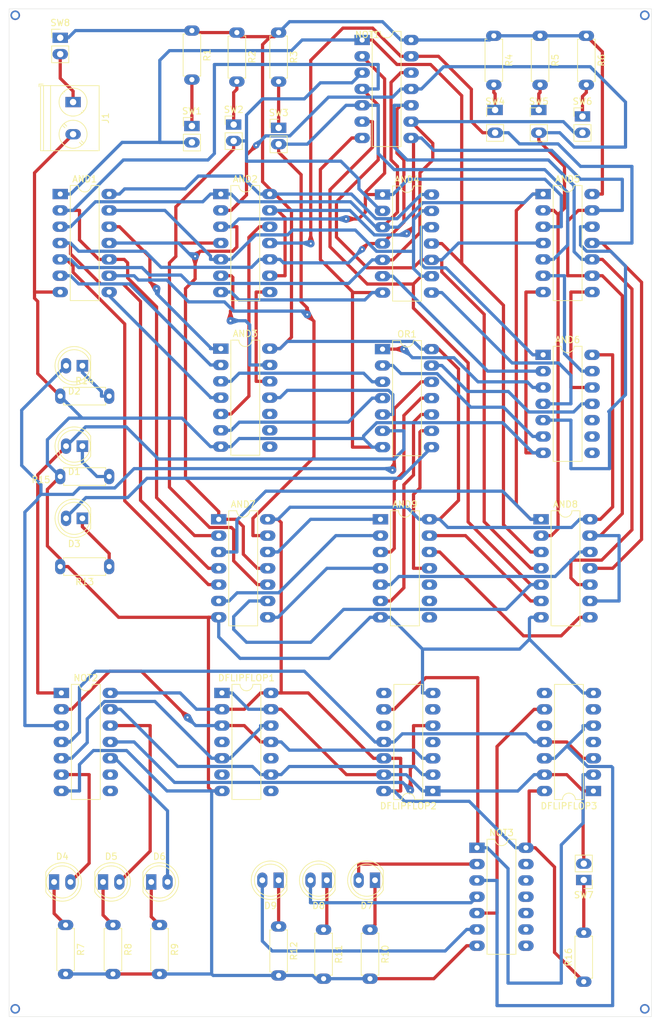
<source format=kicad_pcb>
(kicad_pcb (version 20240108) (generator "pcbnew") (generator_version "8.0")
  (layers (0 "F.Cu" signal) (31 "B.Cu" signal) (34 "B.Paste" user) (35 "F.Paste" user) (36 "B.SilkS" user "B.Silkscreen") (37 "F.SilkS" user "F.Silkscreen") (38 "B.Mask" user) (39 "F.Mask" user) (44 "Edge.Cuts" user))
  (net 0 "")
  (net 1 "R1")
  (net 2 "VCC")
  (net 3 "P1(2)OUT")
  (net 4 "GND")
  (net 5 "P1'")
  (net 6 "S1")
  (net 7 "P1(3)OUT")
  (net 8 "S2")
  (net 9 "P1(1)OUT")
  (net 10 "S1'")
  (net 11 "R1'")
  (net 12 "R2'")
  (net 13 "P2'")
  (net 14 "S2'")
  (net 15 "P1(4)OUT")
  (net 16 "P1(5)OUT")
  (net 17 "P1(6)OUT")
  (net 18 "P2")
  (net 19 "P1")
  (net 20 "R2")
  (net 22 "AND3OUT_3")
  (net 23 "AND3OUT_1")
  (net 25 "AND3OUT_2")
  (net 27 "P2(1)OUT")
  (net 28 "P2(2)OUT")
  (net 29 "P2(3)OUT")
  (net 30 "P2(4)OUT")
  (net 31 "P2(6)OUT")
  (net 32 "P2(5)OUT")
  (net 34 "AND6OUT_2")
  (net 35 "AND6OUT_3")
  (net 36 "AND6OUT_1")
  (net 39 "T(1)OUT")
  (net 40 "T(3)OUT")
  (net 41 "T(2)OUT")
  (net 42 "T(4)OUT")
  (net 43 "T(6)OUT")
  (net 44 "T(5)OUT")
  (net 47 "AND9OUT_2")
  (net 48 "AND9OUT_3")
  (net 49 "AND9OUT_1")
  (net 51 "Net-(D1-Pad1)")
  (net 52 "OR1OUT_2")
  (net 53 "Net-(D2-Pad1)")
  (net 54 "OR1OUT_1")
  (net 55 "Net-(D3-Pad1)")
  (net 56 "OR1OUT_3")
  (net 57 "Q1'")
  (net 58 "Net-(D4-Pad1)")
  (net 59 "Q2'")
  (net 60 "Net-(D5-Pad1)")
  (net 61 "Q3'")
  (net 62 "Net-(D6-Pad1)")
  (net 63 "Net-(D7-Pad1)")
  (net 64 "Q4'")
  (net 65 "Q5'")
  (net 66 "Net-(D8-Pad1)")
  (net 67 "Q6'")
  (net 68 "Net-(D9-Pad1)")
  (net 69 "OUT_2'")
  (net 72 "Q1")
  (net 75 "RST")
  (net 76 "Q2")
  (net 78 "Q4")
  (net 79 "Q3")
  (net 82 "OUT_1'")
  (net 84 "Q5")
  (net 88 "Q6")
  (net 98 "Net-(R1-Pad2)")
  (net 99 "Net-(R2-Pad2)")
  (net 100 "Net-(R3-Pad2)")
  (net 101 "Net-(R4-Pad2)")
  (net 102 "Net-(R5-Pad2)")
  (net 103 "Net-(R6-Pad2)")
  (net 104 "Net-(R16-Pad2)")
  (net 105 "Net-(SW8-B)")
  (footprint "Connector_PinHeader_2.54mm:PinHeader_1x02_P2.54mm_Vertical" (layer "F.Cu") (at 96.2 37.225)
    (property "Reference" "SW4")
    (property "Value" "SW_Push")
  )
  (footprint "Package_DIP:DIP-14_W7.62mm_LongPads" (layer "F.Cu") (at 28.5 49.3)
    (property "Reference" "AND1")
    (property "Value" "7411")
  )
  (footprint "MountingHole:MountingHole_2.1mm" (layer "F.Cu") (at 21.5 176)
    (property "Reference" "REF**" (hide yes))
    (property "Value" "MountingHole_2.1mm" (hide yes))
  )
  (footprint "Package_DIP:DIP-14_W7.62mm_LongPads" (layer "F.Cu") (at 103.675 74.3)
    (property "Reference" "AND6")
    (property "Value" "7408")
  )
  (footprint "Resistor_THT:R_Axial_DIN0207_L6.3mm_D2.5mm_P7.62mm_Horizontal" (layer "F.Cu") (at 56 24.19 -90)
    (property "Reference" "R2")
    (property "Value" "R_Small_US")
  )
  (footprint "Resistor_THT:R_Axial_DIN0207_L6.3mm_D2.5mm_P7.62mm_Horizontal" (layer "F.Cu") (at 28.5 93.225)
    (property "Reference" "R15")
    (property "Value" "R_Small_US")
  )
  (footprint "Resistor_THT:R_Axial_DIN0207_L6.3mm_D2.5mm_P7.62mm_Horizontal" (layer "F.Cu") (at 96 24.69 -90)
    (property "Reference" "R4")
    (property "Value" "R_Small_US")
  )
  (footprint "Connector_PinHeader_2.54mm:PinHeader_1x02_P2.54mm_Vertical" (layer "F.Cu") (at 28.5 25)
    (property "Reference" "SW8")
    (property "Value" "SW_SPST")
  )
  (footprint "Resistor_THT:R_Axial_DIN0207_L6.3mm_D2.5mm_P7.62mm_Horizontal" (layer "F.Cu") (at 110 171.775 90)
    (property "Reference" "R16")
    (property "Value" "R_Small_US")
  )
  (footprint "Connector_PinHeader_2.54mm:PinHeader_1x02_P2.54mm_Vertical" (layer "F.Cu") (at 49 38.725)
    (property "Reference" "SW1")
    (property "Value" "SW_Push")
  )
  (footprint "LED_THT:LED_D5.0mm" (layer "F.Cu") (at 42.6683 156.27)
    (property "Reference" "D6")
    (property "Value" "PLAYER2_LIFE3")
  )
  (footprint "Package_DIP:DIP-14_W7.62mm_LongPads" (layer "F.Cu") (at 28.675 126.875)
    (property "Reference" "NOT2")
    (property "Value" "7404")
  )
  (footprint "Connector_PinHeader_2.54mm:PinHeader_1x02_P2.54mm_Vertical" (layer "F.Cu") (at 103 37.225)
    (property "Reference" "SW5")
    (property "Value" "SW_Push")
  )
  (footprint "Package_DIP:DIP-14_W7.62mm_LongPads" (layer "F.Cu") (at 111.5 142.125 180)
    (property "Reference" "DFLIPFLOP3")
    (property "Value" "7474")
  )
  (footprint "Resistor_THT:R_Axial_DIN0207_L6.3mm_D2.5mm_P7.62mm_Horizontal" (layer "F.Cu") (at 29.3383 162.96 -90)
    (property "Reference" "R7")
    (property "Value" "R_Small_US")
  )
  (footprint "LED_THT:LED_D5.0mm" (layer "F.Cu") (at 31.95 88.5 180)
    (property "Reference" "D1")
    (property "Value" "PLAYER1_WIN")
  )
  (footprint "LED_THT:LED_D5.0mm" (layer "F.Cu") (at 31.95 99.725 180)
    (property "Reference" "D3")
    (property "Value" "TIE")
  )
  (footprint "Package_DIP:DIP-14_W7.62mm_LongPads" (layer "F.Cu") (at 103.35 99.875)
    (property "Reference" "AND8")
    (property "Value" "7411")
  )
  (footprint "Resistor_THT:R_Axial_DIN0207_L6.3mm_D2.5mm_P7.62mm_Horizontal" (layer "F.Cu") (at 62.5 24.19 -90)
    (property "Reference" "R3")
    (property "Value" "R_Small_US")
  )
  (footprint "Package_DIP:DIP-14_W7.62mm_LongPads" (layer "F.Cu") (at 86.5 142.125 180)
    (property "Reference" "DFLIPFLOP2")
    (property "Value" "7474")
  )
  (footprint "Resistor_THT:R_Axial_DIN0207_L6.3mm_D2.5mm_P7.62mm_Horizontal" (layer "F.Cu") (at 62.5 163.19 -90)
    (property "Reference" "R12")
    (property "Value" "R_Small_US")
  )
  (footprint "TerminalBlock_Phoenix:TerminalBlock_Phoenix_PT-1,5-2-5.0-H_1x02_P5.00mm_Horizontal" (layer "F.Cu") (at 30.5 35 -90)
    (property "Reference" "J1")
    (property "Value" "Screw_Terminal_2_P5.00mm")
  )
  (footprint "MountingHole:MountingHole_2.1mm" (layer "F.Cu") (at 119.5 176)
    (property "Reference" "REF**" (hide yes))
    (property "Value" "MountingHole_2.1mm" (hide yes))
  )
  (footprint "Resistor_THT:R_Axial_DIN0207_L6.3mm_D2.5mm_P7.62mm_Horizontal" (layer "F.Cu") (at 28.5 80.725)
    (property "Reference" "R14")
    (property "Value" "R_Small_US")
  )
  (footprint "Package_DIP:DIP-14_W7.62mm_LongPads" (layer "F.Cu") (at 103.675 49.3)
    (property "Reference" "AND5")
    (property "Value" "7411")
  )
  (footprint "Resistor_THT:R_Axial_DIN0207_L6.3mm_D2.5mm_P7.62mm_Horizontal" (layer "F.Cu") (at 43.9583 162.96 -90)
    (property "Reference" "R9")
    (property "Value" "R_Small_US")
  )
  (footprint "Package_DIP:DIP-14_W7.62mm_LongPads" (layer "F.Cu") (at 78.675 73.415)
    (property "Reference" "OR1")
    (property "Value" "4075")
  )
  (footprint "Resistor_THT:R_Axial_DIN0207_L6.3mm_D2.5mm_P7.62mm_Horizontal" (layer "F.Cu") (at 110.4 24.69 -90)
    (property "Reference" "R6")
    (property "Value" "R_Small_US")
  )
  (footprint "Resistor_THT:R_Axial_DIN0207_L6.3mm_D2.5mm_P7.62mm_Horizontal" (layer "F.Cu") (at 36.7083 162.96 -90)
    (property "Reference" "R8")
    (property "Value" "R_Small_US")
  )
  (footprint "Package_DIP:DIP-14_W7.62mm_LongPads" (layer "F.Cu") (at 53.175 99.875)
    (property "Reference" "AND7")
    (property "Value" "7411")
  )
  (footprint "Connector_PinHeader_2.54mm:PinHeader_1x02_P2.54mm_Vertical" (layer "F.Cu") (at 55.5 38.5)
    (property "Reference" "SW2")
    (property "Value" "SW_Push")
  )
  (footprint "Resistor_THT:R_Axial_DIN0207_L6.3mm_D2.5mm_P7.62mm_Horizontal" (layer "F.Cu") (at 69.5 163.69 -90)
    (property "Reference" "R11")
    (property "Value" "R_Small_US")
  )
  (footprint "LED_THT:LED_D5.0mm" (layer "F.Cu") (at 27.5483 156.27)
    (property "Reference" "D4")
    (property "Value" "PLAYER2_LIFE1")
  )
  (footprint "Package_DIP:DIP-14_W7.62mm_LongPads" (layer "F.Cu") (at 93.38 150.95)
    (property "Reference" "NOT3")
    (property "Value" "7404")
  )
  (footprint "Connector_PinHeader_2.54mm:PinHeader_1x02_P2.54mm_Vertical" (layer "F.Cu") (at 62.5 39)
    (property "Reference" "SW3")
    (property "Value" "SW_Push")
  )
  (footprint "Connector_PinHeader_2.54mm:PinHeader_1x02_P2.54mm_Vertical" (layer "F.Cu") (at 110 155.965 180)
    (property "Reference" "SW7")
    (property "Value" "SW_Push")
  )
  (footprint "MountingHole:MountingHole_2.1mm" (layer "F.Cu") (at 21.5 21.5)
    (property "Reference" "REF**" (hide yes))
    (property "Value" "MountingHole_2.1mm" (hide yes))
  )
  (footprint "Package_DIP:DIP-14_W7.62mm_LongPads" (layer "F.Cu") (at 78.35 99.875)
    (property "Reference" "AND9")
    (property "Value" "7408")
  )
  (footprint "MountingHole:MountingHole_2.1mm" (layer "F.Cu") (at 119.5 21.5)
    (property "Reference" "REF**" (hide yes))
    (property "Value" "MountingHole_2.1mm" (hide yes))
  )
  (footprint "Resistor_THT:R_Axial_DIN0207_L6.3mm_D2.5mm_P7.62mm_Horizontal" (layer "F.Cu") (at 103.2 24.69 -90)
    (property "Reference" "R5")
    (property "Value" "R_Small_US")
  )
  (footprint "Resistor_THT:R_Axial_DIN0207_L6.3mm_D2.5mm_P7.62mm_Horizontal" (layer "F.Cu") (at 36.12 107.225 180)
    (property "Reference" "R13")
    (property "Value" "R_Small_US")
  )
  (footprint "Connector_PinHeader_2.54mm:PinHeader_1x02_P2.54mm_Vertical" (layer "F.Cu") (at 109.8 37.225)
    (property "Reference" "SW6")
    (property "Value" "SW_Push")
  )
  (footprint "Package_DIP:DIP-14_W7.62mm_LongPads" (layer "F.Cu") (at 53.5 49.3)
    (property "Reference" "AND2")
    (property "Value" "7411")
  )
  (footprint "Package_DIP:DIP-14_W7.62mm_LongPads" (layer "F.Cu") (at 78.675 49.375)
    (property "Reference" "AND4")
    (property "Value" "7411")
  )
  (footprint "Package_DIP:DIP-14_W7.62mm_LongPads" (layer "F.Cu") (at 53.5 73.34)
    (property "Reference" "AND3")
    (property "Value" "7408")
  )
  (footprint "LED_THT:LED_D5.0mm" (layer "F.Cu") (at 31.95 76 180)
    (property "Reference" "D2")
    (property "Value" "PLAYER2_WIN")
  )
  (footprint "Resistor_THT:R_Axial_DIN0207_L6.3mm_D2.5mm_P7.62mm_Horizontal" (layer "F.Cu") (at 76.725 163.69 -90)
    (property "Reference" "R10")
    (property "Value" "R_Small_US")
  )
  (footprint "LED_THT:LED_D5.0mm" (layer "F.Cu") (at 62.5 156 180)
    (property "Reference" "D9")
    (property "Value" "PLAYER1_LIFE3")
  )
  (footprint "LED_THT:LED_D5.0mm" (layer "F.Cu") (at 77.5 156 180)
    (property "Reference" "D7")
    (property "Value" "PLAYER1_LIFE1")
  )
  (footprint "LED_THT:LED_D5.0mm" (layer "F.Cu") (at 35.1683 156.27)
    (property "Reference" "D5")
    (property "Value" "PLAYER2_LIFE2")
  )
  (footprint "LED_THT:LED_D5.0mm" (layer "F.Cu") (at 70 156 180)
    (property "Reference" "D8")
    (property "Value" "PLAYER1_LIFE2")
  )
  (footprint "Package_DIP:DIP-14_W7.62mm_LongPads" (layer "F.Cu") (at 53.675 126.875)
    (property "Reference" "DFLIPFLOP1")
    (property "Value" "7474")
  )
  (footprint "Resistor_THT:R_Axial_DIN0207_L6.3mm_D2.5mm_P7.62mm_Horizontal" (layer "F.Cu") (at 49 23.88 -90)
    (property "Reference" "R1")
    (property "Value" "R_Small_US")
  )
  (footprint "Package_DIP:DIP-14_W7.62mm_LongPads" (layer "F.Cu") (at 75.5 25.34)
    (property "Reference" "NOT1")
    (property "Value" "7404")
  )
  (gr_rect (start 20.5425 20.5) (end 120.5425 177.205) (stroke (width 0.05)) (fill none) (layer "Edge.Cuts"))
  (segment (start 75.5 25.34) (end 77.1017 25.34) (width 0.5) (layer "F.Cu") (net 1))
  (segment (start 103.35 104.955) (end 101.7483 104.955) (width 0.5) (layer "F.Cu") (net 1))
  (segment (start 97.5 66.5983) (end 90.95085 60.04915) (width 0.5) (layer "F.Cu") (net 1))
  (segment (start 80.9117 29.15) (end 86.15 29.15) (width 0.5) (layer "F.Cu") (net 1))
  (segment (start 97.5 100.7067) (end 97.5 66.5983) (width 0.5) (layer "F.Cu") (net 1))
  (segment (start 91 60) (end 90.95085 60.04915) (width 0.5) (layer "F.Cu") (net 1))
  (segment (start 87.8967 56.995) (end 86.295 56.995) (width 0.5) (layer "F.Cu") (net 1))
  (segment (start 77.1017 25.34) (end 80.9117 29.15) (width 0.5) (layer "F.Cu") (net 1))
  (segment (start 86.15 29.15) (end 91 34) (width 0.5) (layer "F.Cu") (net 1))
  (segment (start 101.7483 104.955) (end 97.5 100.7067) (width 0.5) (layer "F.Cu") (net 1))
  (segment (start 90.95085 60.04915) (end 87.8967 56.995) (width 0.5) (layer "F.Cu") (net 1))
  (segment (start 91 34) (end 91 60) (width 0.5) (layer "F.Cu") (net 1))
  (segment (start 28.5 49.3) (end 30.1017 49.3) (width 0.5) (layer "B.Cu") (net 1))
  (segment (start 38.1367 41.265) (end 30.1017 49.3) (width 0.5) (layer "B.Cu") (net 1))
  (segment (start 75.5 25.34) (end 66.16 25.34) (width 0.5) (layer "B.Cu") (net 1))
  (segment (start 45.5 27) (end 44 28.5) (width 0.5) (layer "B.Cu") (net 1))
  (segment (start 64.5 27) (end 45.5 27) (width 0.5) (layer "B.Cu") (net 1))
  (segment (start 44 41.265) (end 49 41.265) (width 0.5) (layer "B.Cu") (net 1))
  (segment (start 66.16 25.34) (end 64.5 27) (width 0.5) (layer "B.Cu") (net 1))
  (segment (start 49 41.265) (end 38.1367 41.265) (width 0.5) (layer "B.Cu") (net 1))
  (segment (start 44 28.5) (end 44 41.265) (width 0.5) (layer "B.Cu") (net 1))
  (segment (start 61.295 126.875) (end 59.6933 126.875) (width 0.5) (layer "F.Cu") (net 2))
  (segment (start 61.8662 24.8238) (end 61.2323 24.8238) (width 0.5) (layer "F.Cu") (net 2))
  (segment (start 102.4509 150.95) (end 105.4475 153.9466) (width 0.5) (layer "F.Cu") (net 2))
  (segment (start 77.2783 137.045) (end 67.1083 126.875) (width 0.5) (layer "F.Cu") (net 2))
  (segment (start 81.5 137.045) (end 81.5 142.125) (width 0.5) (layer "F.Cu") (net 2))
  (segment (start 81.5 142.125) (end 78.88 142.125) (width 0.5) (layer "F.Cu") (net 2))
  (segment (start 114.5 97.9467) (end 114.5 74.3) (width 0.5) (layer "F.Cu") (net 2))
  (segment (start 57.1533 129.415) (end 53.675 129.415) (width 0.5) (layer "F.Cu") (net 2))
  (segment (start 64.5 51.8791) (end 64.5 71.5617) (width 0.5) (layer "F.Cu") (net 2))
  (segment (start 114.5 74.3) (end 111.295 74.3) (width 0.5) (layer "F.Cu") (net 2))
  (segment (start 87.415 73.415) (end 90.5 76.5) (width 0.5) (layer "F.Cu") (net 2))
  (segment (start 111.295 49.3) (end 112.8967 49.3) (width 0.5) (layer "F.Cu") (net 2))
  (segment (start 59.6933 126.875) (end 57.1533 129.415) (width 0.5) (layer "F.Cu") (net 2))
  (segment (start 101.5 150.45) (end 101 150.95) (width 0.5) (layer "F.Cu") (net 2))
  (segment (start 62.3967 99.875) (end 62.8967 100.375) (width 0.5) (layer "F.Cu") (net 2))
  (segment (start 61.295 126.875) (end 62.8967 126.875) (width 0.5) (layer "F.Cu") (net 2))
  (segment (start 103.88 142.125) (end 101.5 142.125) (width 0.5) (layer "F.Cu") (net 2))
  (segment (start 62.7217 73.34) (end 61.12 73.34) (width 0.5) (layer "F.Cu") (net 2))
  (segment (start 86.295 73.415) (end 87.415 73.415) (width 0.5) (layer "F.Cu") (net 2))
  (segment (start 49.31 24.19) (end 49 23.88) (width 0.5) (layer "F.Cu") (net 2))
  (segment (start 101.5 142.125) (end 101.5 150.45) (width 0.5) (layer "F.Cu") (net 2))
  (segment (start 60.795 99.875) (end 62.3967 99.875) (width 0.5) (layer "F.Cu") (net 2))
  (segment (start 110.4 24.69) (end 112.8967 27.1867) (width 0.5) (layer "F.Cu") (net 2))
  (segment (start 112.8967 27.1867) (end 112.8967 49.3) (width 0.5) (layer "F.Cu") (net 2))
  (segment (start 110.97 99.875) (end 112.5717 99.875) (width 0.5) (layer "F.Cu") (net 2))
  (segment (start 101 150.95) (end 102.4509 150.95) (width 0.5) (layer "F.Cu") (net 2))
  (segment (start 61.9209 49.3) (end 64.5 51.8791) (width 0.5) (layer "F.Cu") (net 2))
  (segment (start 90.5 76.5) (end 90.5 96.9467) (width 0.5) (layer "F.Cu") (net 2))
  (segment (start 61.12 49.3) (end 61.9209 49.3) (width 0.5) (layer "F.Cu") (net 2))
  (segment (start 62.5 24.19) (end 61.8662 24.8238) (width 0.5) (layer "F.Cu") (net 2))
  (segment (start 78.88 137.045) (end 77.2783 137.045) (width 0.5) (layer "F.Cu") (net 2))
  (segment (start 60 26.0561) (end 60 47.3791) (width 0.5) (layer "F.Cu") (net 2))
  (segment (start 105.4475 153.9466) (end 105.4475 167.2225) (width 0.5) (layer "F.Cu") (net 2))
  (segment (start 56 24.19) (end 49.31 24.19) (width 0.5) (layer "F.Cu") (net 2))
  (segment (start 64.5 71.5617) (end 62.7217 73.34) (width 0.5) (layer "F.Cu") (net 2))
  (segment (start 78.88 137.045) (end 81.5 137.045) (width 0.5) (layer "F.Cu") (net 2))
  (segment (start 112.5717 99.875) (end 114.5 97.9467) (width 0.5) (layer "F.Cu") (net 2))
  (segment (start 61.2323 24.8238) (end 56.6338 24.8238) (width 0.5) (layer "F.Cu") (net 2))
  (segment (start 105.4475 167.2225) (end 110 171.775) (width 0.5) (layer "F.Cu") (net 2))
  (segment (start 60 47.3791) (end 61.9209 49.3) (width 0.5) (layer "F.Cu") (net 2))
  (segment (start 61.2323 24.8238) (end 60 26.0561) (width 0.5) (layer "F.Cu") (net 2))
  (segment (start 62.8967 100.375) (end 62.8967 126.875) (width 0.5) (layer "F.Cu") (net 2))
  (segment (start 90.5 96.9467) (end 87.5717 99.875) (width 0.5) (layer "F.Cu") (net 2))
  (segment (start 67.1083 126.875) (end 62.8967 126.875) (width 0.5) (layer "F.Cu") (net 2))
  (segment (start 87.5717 99.875) (end 85.97 99.875) (width 0.5) (layer "F.Cu") (net 2))
  (segment (start 56.6338 24.8238) (end 56 24.19) (width 0.5) (layer "F.Cu") (net 2))
  (segment (start 78.88 142.125) (end 80.4817 142.125) (width 0.5) (layer "B.Cu") (net 2))
  (segment (start 83.4916 72.2133) (end 63.8484 72.2133) (width 0.5) (layer "B.Cu") (net 2))
  (segment (start 83.12 25.34) (end 81.5183 25.34) (width 0.5) (layer "B.Cu") (net 2))
  (segment (start 49.7071 129.415) (end 47.1671 126.875) (width 0.5) (layer "B.Cu") (net 2))
  (segment (start 56.7183 46.5) (end 50 46.5) (width 0.5) (layer "B.Cu") (net 2))
  (segment (start 81.5183 25.34) (end 78.6783 22.5) (width 0.5) (layer "B.Cu") (net 2))
  (segment (start 82.0834 143.7267) (end 92.175 143.7267) (width 0.5) (layer "B.Cu") (net 2))
  (segment (start 64.19 22.5) (end 62.5 24.19) (width 0.5) (layer "B.Cu") (net 2))
  (segment (start 30.8717 23.88) (end 49 23.88) (width 0.5) (layer "B.Cu") (net 2))
  (segment (start 92.175 143.7267) (end 99.3983 150.95) (width 0.5) (layer "B.Cu") (net 2))
  (segment (start 61.12 73.34) (end 62.7217 73.34) (width 0.5) (layer "B.Cu") (net 2))
  (segment (start 61.12 49.3) (end 59.5183 49.3) (width 0.5) (layer "B.Cu") (net 2))
  (segment (start 37.7217 49.3) (end 36.12 49.3) (width 0.5) (layer "B.Cu") (net 2))
  (segment (start 88.8416 101.1449) (end 87.5717 99.875) (width 0.5) (layer "B.Cu") (net 2))
  (segment (start 83.9209 25.34) (end 83.12 25.34) (width 0.5) (layer "B.Cu") (net 2))
  (segment (start 29.7517 25) (end 30.8717 23.88) (width 0.5) (layer "B.Cu") (net 2))
  (segment (start 109.3683 99.875) (end 108.0984 101.1449) (width 0.5) (layer "B.Cu") (net 2))
  (segment (start 61.12 49.3) (end 73.8277 49.3) (width 0.5) (layer "B.Cu") (net 2))
  (segment (start 28.5 25) (end 29.7517 25) (width 0.5) (layer "B.Cu") (net 2))
  (segment (start 38.5217 48.5) (end 37.7217 49.3) (width 0.5) (layer "B.Cu") (net 2))
  (segment (start 50 46.5) (end 48 48.5) (width 0.5) (layer "B.Cu") (net 2))
  (segment (start 59.5183 49.3) (end 56.7183 46.5) (width 0.5) (layer "B.Cu") (net 2))
  (segment (start 83.9209 25.34) (end 84.5709 25.34) (width 0.5) (layer "B.Cu") (net 2))
  (segment (start 110.97 99.875) (end 109.3683 99.875) (width 0.5) (layer "B.Cu") (net 2))
  (segment (start 96 24.69) (end 103.2 24.69) (width 0.5) (layer "B.Cu") (net 2))
  (segment (start 84.5709 25.34) (end 95.35 25.34) (width 0.5) (layer "B.Cu") (net 2))
  (segment (start 110.4 24.69) (end 103.2 24.69) (width 0.5) (layer "B.Cu") (net 2))
  (segment (start 64.2717 98) (end 82.4933 98) (width 0.5) (layer "B.Cu") (net 2))
  (segment (start 48 48.5) (end 38.5217 48.5) (width 0.5) (layer "B.Cu") (net 2))
  (segment (start 84.6933 73.415) (end 83.4916 72.2133) (width 0.5) (layer "B.Cu") (net 2))
  (segment (start 80.4817 142.125) (end 82.0834 143.7267) (width 0.5) (layer "B.Cu") (net 2))
  (segment (start 73.8277 49.3) (end 77.6569 53.1292) (width 0.5) (layer "B.Cu") (net 2))
  (segment (start 78.6783 22.5) (end 64.19 22.5) (width 0.5) (layer "B.Cu") (net 2))
  (segment (start 95.35 25.34) (end 96 24.69) (width 0.5) (layer "B.Cu") (net 2))
  (segment (start 53.675 129.415) (end 49.7071 129.415) (width 0.5) (layer "B.Cu") (net 2))
  (segment (start 63.8484 72.2133) (end 62.7217 73.34) (width 0.5) (layer "B.Cu") (net 2))
  (segment (start 101 150.95) (end 99.3983 150.95) (width 0.5) (layer "B.Cu") (net 2))
  (segment (start 47.1671 126.875) (end 36.295 126.875) (width 0.5) (layer "B.Cu") (net 2))
  (segment (start 108.0984 101.1449) (end 88.8416 101.1449) (width 0.5) (layer "B.Cu") (net 2))
  (segment (start 85.97 99.875) (end 87.5717 99.875) (width 0.5) (layer "B.Cu") (net 2))
  (segment (start 77.6569 53.1292) (end 80.9391 53.1292) (width 0.5) (layer "B.Cu") (net 2))
  (segment (start 62.3967 99.875) (end 64.2717 98) (width 0.5) (layer "B.Cu") (net 2))
  (segment (start 60.795 99.875) (end 62.3967 99.875) (width 0.5) (layer "B.Cu") (net 2))
  (segment (start 82.4933 98) (end 84.3683 99.875) (width 0.5) (layer "B.Cu") (net 2))
  (segment (start 84.6933 49.375) (end 86.295 49.375) (width 0.5) (layer "B.Cu") (net 2))
  (segment (start 80.9391 53.1292) (end 84.6933 49.375) (width 0.5) (layer "B.Cu") (net 2))
  (segment (start 86.295 73.415) (end 84.6933 73.415) (width 0.5) (layer "B.Cu") (net 2))
  (segment (start 84.3683 99.875) (end 85.97 99.875) (width 0.5) (layer "B.Cu") (net 2))
  (segment (start 39.2943 63.276) (end 51.8983 75.88) (width 0.5) (layer "B.Cu") (net 3))
  (segment (start 30.1017 62) (end 31.3777 63.276) (width 0.5) (layer "B.Cu") (net 3))
  (segment (start 53.5 75.88) (end 51.8983 75.88) (width 0.5) (layer "B.Cu") (net 3))
  (segment (start 28.5 62) (end 30.1017 62) (width 0.5) (layer "B.Cu") (net 3))
  (segment (start 31.3777 63.276) (end 39.2943 63.276) (width 0.5) (layer "B.Cu") (net 3))
  (segment (start 25 66) (end 25 77.225) (width 0.5) (layer "F.Cu") (net 4))
  (segment (start 43.9583 170.58) (end 36.7083 170.58) (width 0.5) (layer "F.Cu") (net 4))
  (segment (start 24.5 64.5) (end 24.5 65.5) (width 0.5) (layer "F.Cu") (net 4))
  (segment (start 51.5733 141.615) (end 51.5733 115.1165) (width 0.5) (layer "F.Cu") (net 4))
  (segment (start 51.5733 115.1165) (end 37.5932 115.1165) (width 0.5) (layer "F.Cu") (net 4))
  (segment (start 37.5932 115.1165) (end 29.7017 107.225) (width 0.5) (layer "F.Cu") (net 4))
  (segment (start 101 64.54) (end 101 89.54) (width 0.5) (layer "F.Cu") (net 4))
  (segment (start 51.7242 115.115) (end 51.5748 115.115) (width 0.5) (layer "F.Cu") (net 4))
  (segment (start 26.5 95.225) (end 26.5 104.0233) (width 0.5) (layer "F.Cu") (net 4))
  (segment (start 53.175 115.115) (end 51.7242 115.115) (width 0.5) (layer "F.Cu") (net 4))
  (segment (start 28.5 106.0233) (end 28.5 107.225) (width 0.5) (layer "F.Cu") (net 4))
  (segment (start 101 89.54) (end 103.675 89.54) (width 0.5) (layer "F.Cu") (net 4))
  (segment (start 26.5 104.0233) (end 28.5 106.0233) (width 0.5) (layer "F.Cu") (net 4))
  (segment (start 86.6583 171.31) (end 91.7783 166.19) (width 0.5) (layer "F.Cu") (net 4))
  (segment (start 76.725 171.31) (end 86.6583 171.31) (width 0.5) (layer "F.Cu") (net 4))
  (segment (start 73.8983 40.58) (end 75.5 40.58) (width 0.5) (layer "F.Cu") (net 4))
  (segment (start 25 77.225) (end 28.5 80.725) (width 0.5) (layer "F.Cu") (net 4))
  (segment (start 78.675 88.655) (end 74 88.655) (width 0.5) (layer "F.Cu") (net 4))
  (segment (start 51.5748 115.115) (end 51.5733 115.1165) (width 0.5) (layer "F.Cu") (net 4))
  (segment (start 78.675 64.615) (end 74.115 64.615) (width 0.5) (layer "F.Cu") (net 4))
  (segment (start 103.675 64.54) (end 101 64.54) (width 0.5) (layer "F.Cu") (net 4))
  (segment (start 69 59.5) (end 69 45.4783) (width 0.5) (layer "F.Cu") (net 4))
  (segment (start 53.675 142.115) (end 52.0733 142.115) (width 0.5) (layer "F.Cu") (net 4))
  (segment (start 52.0733 142.115) (end 51.5733 141.615) (width 0.5) (layer "F.Cu") (net 4))
  (segment (start 28.5 93.225) (end 26.5 95.225) (width 0.5) (layer "F.Cu") (net 4))
  (segment (start 24.54 64.54) (end 24.5 64.5) (width 0.5) (layer "F.Cu") (net 4))
  (segment (start 74 88.655) (end 74 64.5) (width 0.5) (layer "F.Cu") (net 4))
  (segment (start 24.5 46) (end 24.5 64.5) (width 0.5) (layer "F.Cu") (net 4))
  (segment (start 74.115 64.615) (end 74 64.5) (width 0.5) (layer "F.Cu") (net 4))
  (segment (start 28.5 107.225) (end 29.7017 107.225) (width 0.5) (layer "F.Cu") (net 4))
  (segment (start 74 64.5) (end 69 59.5) (width 0.5) (layer "F.Cu") (net 4))
  (segment (start 93.38 166.19) (end 91.7783 166.19) (width 0.5) (layer "F.Cu") (net 4))
  (segment (start 30.5 40) (end 24.5 46) (width 0.5) (layer "F.Cu") (net 4))
  (segment (start 69 45.4783) (end 73.8983 40.58) (width 0.5) (layer "F.Cu") (net 4))
  (segment (start 24.5 65.5) (end 25 66) (width 0.5) (layer "F.Cu") (net 4))
  (segment (start 28.5 64.54) (end 24.54 64.54) (width 0.5) (layer "F.Cu") (net 4))
  (segment (start 79.1509 115.115) (end 79.9517 115.115) (width 0.5) (layer "B.Cu") (net 4))
  (segment (start 101.5443 115.319) (end 101.7483 115.115) (width 0.5) (layer "B.Cu") (net 4))
  (segment (start 69.5 171.31) (end 68.2983 171.31) (width 0.5) (layer "B.Cu") (net 4))
  (segment (start 53.5 88.58) (end 51.8983 88.58) (width 0.5) (layer "B.Cu") (net 4))
  (segment (start 102.0733 89.54) (end 97.3893 84.856) (width 0.5) (layer "B.Cu") (net 4))
  (segment (start 38.8323 135.8323) (end 33.6677 135.8323) (width 0.5) (layer "B.Cu") (net 4))
  (segment (start 101.5443 118.531) (end 101.5443 115.319) (width 0.5) (layer "B.Cu") (net 4))
  (segment (start 84.8983 120.0616) (end 100.0137 120.0616) (width 0.5) (layer "B.Cu") (net 4))
  (segment (start 53.175 115.115) (end 53.175 118.175) (width 0.5) (layer "B.Cu") (net 4))
  (segment (start 75.7336 87.3153) (end 77.0733 88.655) (width 0.5) (layer "B.Cu") (net 4))
  (segment (start 52.0733 170.58) (end 52.3033 170.81) (width 0.5) (layer "B.Cu") (net 4))
  (segment (start 84.8983 120.0616) (end 79.9517 115.115) (width 0.5) (layer "B.Cu") (net 4))
  (segment (start 79.1509 115.115) (end 78.35 115.115) (width 0.5) (layer "B.Cu") (net 4))
  (segment (start 53.5 88.58) (end 55.1017 88.58) (width 0.5) (layer "B.Cu") (net 4))
  (segment (start 31.9204 84.1454) (end 28.5 80.725) (width 0.5) (layer "B.Cu") (net 4))
  (segment (start 70.3633 121.5) (end 76.7483 115.115) (width 0.5) (layer "B.Cu") (net 4))
  (segment (start 52.3033 170.81) (end 62.5 170.81) (width 0.5) (layer "B.Cu") (net 4))
  (segment (start 78.675 64.615) (end 77.0733 64.615) (width 0.5) (layer "B.Cu") (net 4))
  (segment (start 100.0137 120.0616) (end 101.5443 118.531) (width 0.5) (layer "B.Cu") (net 4))
  (segment (start 62.5 170.81) (end 67.7983 170.81) (width 0.5) (layer "B.Cu") (net 4))
  (segment (start 52.0733 142.115) (end 45.115 142.115) (width 0.5) (layer "B.Cu") (net 4))
  (segment (start 97.3893 84.856) (end 77.7691 84.856) (width 0.5) (layer "B.Cu") (net 4))
  (segment (start 103.35 115.115) (end 101.7483 115.115) (width 0.5) (layer "B.Cu") (net 4))
  (segment (start 75.7336 86.8915) (end 75.7336 87.3153) (width 0.5) (layer "B.Cu") (net 4))
  (segment (start 52.0733 142.115) (end 52.0733 170.58) (width 0.5) (layer "B.Cu") (net 4))
  (segment (start 56.3254 65.7637) (end 55.1017 64.54) (width 0.5) (layer "B.Cu") (net 4))
  (segment (start 86.5 126.885) (end 84.8983 126.885) (width 0.5) (layer "B.Cu") (net 4))
  (segment (start 78.675 88.655) (end 77.0733 88.655) (width 0.5) (layer "B.Cu") (net 4))
  (segment (start 75.7336 87.3153) (end 56.3664 87.3153) (width 0.5) (layer "B.Cu") (net 4))
  (segment (start 76.7483 115.115) (end 78.35 115.115) (width 0.5) (layer "B.Cu") (net 4))
  (segment (start 103.675 89.54) (end 102.0733 89.54) (width 0.5) (layer "B.Cu") (net 4))
  (segment (start 53.5 64.54) (end 55.1017 64.54) (width 0.5) (layer "B.Cu") (net 4))
  (segment (start 69.5 171.31) (end 76.725 171.31) (width 0.5) (layer "B.Cu") (net 4))
  (segment (start 51.8983 88.58) (end 47.4637 84.1454) (width 0.5) (layer "B.Cu") (net 4))
  (segment (start 111.5 126.885) (end 109.8983 126.885) (width 0.5) (layer "B.Cu") (net 4))
  (segment (start 53.675 142.115) (end 52.0733 142.115) (width 0.5) (layer "B.Cu") (net 4))
  (segment (start 77.0733 64.615) (end 75.9246 65.7637) (width 0.5) (layer "B.Cu") (net 4))
  (segment (start 36.7083 170.58) (end 29.3383 170.58) (width 0.5) (layer "B.Cu") (net 4))
  (segment (start 45.115 142.115) (end 38.8323 135.8323) (width 0.5) (layer "B.Cu") (net 4))
  (segment (start 26.5 87.5) (end 26.5 91.225) (width 0.5) (layer "B.Cu") (net 4))
  (segment (start 31.5 142.115) (end 28.675 142.115) (width 0.5) (layer "B.Cu") (net 4))
  (segment (start 31.9204 84.1454) (end 29.8546 84.1454) (width 0.5) (layer "B.Cu") (net 4))
  (segment (start 77.7691 84.856) (end 75.7336 86.8915) (width 0.5) (layer "B.Cu") (net 4))
  (segment (start 26.5 91.225) (end 28.5 93.225) (width 0.5) (layer "B.Cu") (net 4))
  (segment (start 53.175 118.175) (end 56.5 121.5) (width 0.5) (layer "B.Cu") (net 4))
  (segment (start 75.9246 65.7637) (end 56.3254 65.7637) (width 0.5) (layer "B.Cu") (net 4))
  (segment (start 101.5443 118.531) (end 109.8983 126.885) (width 0.5) (layer "B.Cu") (net 4))
  (segment (start 45.16 170.58) (end 52.0733 170.58) (width 0.5) (layer "B.Cu") (net 4))
  (segment (start 31.5 138) (end 31.5 142.115) (width 0.5) (layer "B.Cu") (net 4))
  (segment (start 29.8546 84.1454) (end 26.5 87.5) (width 0.5) (layer "B.Cu") (net 4))
  (segment (start 33.6677 135.8323) (end 31.5 138) (width 0.5) (layer "B.Cu") (net 4))
  (segment (start 56.5 121.5) (end 70.3633 121.5) (width 0.5) (layer "B.Cu") (net 4))
  (segment (start 84.8983 126.885) (end 84.8983 120.0616) (width 0.5) (layer "B.Cu") (net 4))
  (segment (start 56.3664 87.3153) (end 55.1017 88.58) (width 0.5) (layer "B.Cu") (net 4))
  (segment (start 47.4637 84.1454) (end 31.9204 84.1454) (width 0.5) (layer "B.Cu") (net 4))
  (segment (start 67.7983 170.81) (end 68.2983 171.31) (width 0.5) (layer "B.Cu") (net 4))
  (segment (start 43.9583 170.58) (end 45.16 170.58) (width 0.5) (layer "B.Cu") (net 4))
  (segment (start 103.35 107.495) (end 101.7483 107.495) (width 0.5) (layer "F.Cu") (net 5))
  (segment (start 31.5 51.84) (end 31.5 56.4417) (width 0.5) (layer "F.Cu") (net 5))
  (segment (start 39 60) (end 39 62.34) (width 0.5) (layer "F.Cu") (net 5))
  (segment (start 94.5 68) (end 87.8967 61.3967) (width 0.5) (layer "F.Cu") (net 5))
  (segment (start 43.5 96.5) (end 49.415 102.415) (width 0.5) (layer "F.Cu") (net 5))
  (segment (start 76.2685 60.7685) (end 71.5 56) (width 0.5) (layer "F.Cu") (net 5))
  (segment (start 34.5183 59.46) (end 36.12 59.46) (width 0.5) (layer "F.Cu") (net 5))
  (segment (start 101.7483 107.495) (end 94.5 100.2467) (width 0.5) (layer "F.Cu") (net 5))
  (segment (start 38.46 59.46) (end 39 60) (width 0.5) (layer "F.Cu") (net 5))
  (segment (start 86.295 59.535) (end 84.6933 59.535) (width 0.5) (layer "F.Cu") (net 5))
  (segment (start 39 62.34) (end 43.5 66.84) (width 0.5) (layer "F.Cu") (net 5))
  (segment (start 71.5 56) (end 71.5 50.5) (width 0.5) (layer "F.Cu") (net 5))
  (segment (start 78 44) (end 78 35.46) (width 0.5) (layer "F.Cu") (net 5))
  (segment (start 94.5 100.2467) (end 94.5 68) (width 0.5) (layer "F.Cu") (net 5))
  (segment (start 87.8967 59.535) (end 86.295 59.535) (width 0.5) (layer "F.Cu") (net 5))
  (segment (start 49.415 102.415) (end 53.175 102.415) (width 0.5) (layer "F.Cu") (net 5))
  (segment (start 71.5 50.5) (end 78 44) (width 0.5) (layer "F.Cu") (net 5))
  (segment (start 84.6933 59.535) (end 83.4598 60.7685) (width 0.5) (layer "F.Cu") (net 5))
  (segment (start 78 35.46) (end 75.5 32.96) (width 0.5) (layer "F.Cu") (net 5))
  (segment (start 31.5 56.4417) (end 34.5183 59.46) (width 0.5) (layer "F.Cu") (net 5))
  (segment (start 28.5 51.84) (end 31.5 51.84) (width 0.5) (layer "F.Cu") (net 5))
  (segment (start 83.4598 60.7685) (end 76.2685 60.7685) (width 0.5) (layer "F.Cu") (net 5))
  (segment (start 87.8967 61.3967) (end 87.8967 59.535) (width 0.5) (layer "F.Cu") (net 5))
  (segment (start 36.12 59.46) (end 38.46 59.46) (width 0.5) (layer "F.Cu") (net 5))
  (segment (start 43.5 66.84) (end 43.5 96.5) (width 0.5) (layer "F.Cu") (net 5))
  (segment (start 38.3289 44) (end 30.4889 51.84) (width 0.5) (layer "B.Cu") (net 5))
  (segment (start 87.8967 59.535) (end 90.5117 56.92) (width 0.5) (layer "B.Cu") (net 5))
  (segment (start 78 29.15) (end 52.5 29.15) (width 0.5) (layer "B.Cu") (net 5))
  (segment (start 51.5 44) (end 38.3289 44) (width 0.5) (layer "B.Cu") (net 5))
  (segment (start 52.5 43) (end 51.5 44) (width 0.5) (layer "B.Cu") (net 5))
  (segment (start 75.5 32.96) (end 78 32.96) (width 0.5) (layer "B.Cu") (net 5))
  (segment (start 30.4889 51.84) (end 28.5 51.84) (width 0.5) (layer "B.Cu") (net 5))
  (segment (start 78 32.96) (end 78 29.15) (width 0.5) (layer "B.Cu") (net 5))
  (segment (start 90.5117 56.92) (end 103.675 56.92) (width 0.5) (layer "B.Cu") (net 5))
  (segment (start 86.295 59.535) (end 87.8967 59.535) (width 0.5) (layer "B.Cu") (net 5))
  (segment (start 52.5 29.15) (end 52.5 43) (width 0.5) (layer "B.Cu") (net 5))
  (segment (start 66.9613 68.0387) (end 66.9613 67.0144) (width 0.5) (layer "F.Cu") (net 6))
  (segment (start 66 46.2917) (end 62.5 42.7917) (width 0.5) (layer "F.Cu") (net 6))
  (segment (start 68 69.0774) (end 68 90.2221) (width 0.5) (layer "F.Cu") (net 6))
  (segment (start 66.9613 67.0144) (end 66 66.0531) (width 0.5) (layer "F.Cu") (net 6))
  (segment (start 58.5 102.415) (end 60.795 102.415) (width 0.5) (layer "F.Cu") (net 6))
  (segment (start 62.5 42.7917) (end 62.5 41.54) (width 0.5) (layer "F.Cu") (net 6))
  (segment (start 66 66.0531) (end 66 46.2917) (width 0.5) (layer "F.Cu") (net 6))
  (segment (start 66.9613 68.0387) (end 68 69.0774) (width 0.5) (layer "F.Cu") (net 6))
  (segment (start 68 90.2221) (end 58.5 99.7221) (width 0.5) (layer "F.Cu") (net 6))
  (segment (start 58.5 99.7221) (end 58.5 102.415) (width 0.5) (layer "F.Cu") (net 6))
  (via (at 66.9613 68.0387) (size 1.2) (drill 0.3) (layers "F.Cu" "B.Cu") (net 6))
  (segment (start 80.5 45.5) (end 78 43) (width 0.5) (layer "B.Cu") (net 6))
  (segment (start 66.96 41.54) (end 73 35.5) (width 0.5) (layer "B.Cu") (net 6))
  (segment (start 103.675 59.46) (end 105.2767 59.46) (width 0.5) (layer "B.Cu") (net 6))
  (segment (start 66.4226 67.5) (end 55.5 67.5) (width 0.5) (layer "B.Cu") (net 6))
  (segment (start 105.2767 59.46) (end 107.5 57.2367) (width 0.5) (layer "B.Cu") (net 6))
  (segment (start 45.1087 62.6743) (end 40.6743 62.6743) (width 0.5) (layer "B.Cu") (net 6))
  (segment (start 55.5 67.5) (end 54.0668 66.0668) (width 0.5) (layer "B.Cu") (net 6))
  (segment (start 40 62) (end 36.12 62) (width 0.5) (layer "B.Cu") (net 6))
  (segment (start 66.9613 68.0387) (end 66.4226 67.5) (width 0.5) (layer "B.Cu") (net 6))
  (segment (start 73 35.5) (end 75.5 35.5) (width 0.5) (layer "B.Cu") (net 6))
  (segment (start 103.9248 45.5) (end 80.5 45.5) (width 0.5) (layer "B.Cu") (net 6))
  (segment (start 62.5 41.54) (end 66.96 41.54) (width 0.5) (layer "B.Cu") (net 6))
  (segment (start 78 35.5) (end 75.5 35.5) (width 0.5) (layer "B.Cu") (net 6))
  (segment (start 107.5 57.2367) (end 107.5 49.0752) (width 0.5) (layer "B.Cu") (net 6))
  (segment (start 40.6743 62.6743) (end 40 62) (width 0.5) (layer "B.Cu") (net 6))
  (segment (start 54.0668 66.0668) (end 48.5012 66.0668) (width 0.5) (layer "B.Cu") (net 6))
  (segment (start 48.5012 66.0668) (end 45.1087 62.6743) (width 0.5) (layer "B.Cu") (net 6))
  (segment (start 107.5 49.0752) (end 103.9248 45.5) (width 0.5) (layer "B.Cu") (net 6))
  (segment (start 78 43) (end 78 35.5) (width 0.5) (layer "B.Cu") (net 6))
  (segment (start 51.8983 80.96) (end 51.8983 80.8983) (width 0.5) (layer "B.Cu") (net 7))
  (segment (start 36.12 65.12) (end 36.12 64.54) (width 0.5) (layer "B.Cu") (net 7))
  (segment (start 51.8983 80.8983) (end 36.12 65.12) (width 0.5) (layer "B.Cu") (net 7))
  (segment (start 53.5 80.96) (end 51.8983 80.96) (width 0.5) (layer "B.Cu") (net 7))
  (segment (start 86.5 44) (end 84.5 46) (width 0.5) (layer "F.Cu") (net 8))
  (segment (start 38.5447 69.5047) (end 38.5447 97.0064) (width 0.5) (layer "F.Cu") (net 8))
  (segment (start 30.5 60.5) (end 30.5 61.46) (width 0.5) (layer "F.Cu") (net 8))
  (segment (start 83.12 38.04) (end 86.5 41.42) (width 0.5) (layer "F.Cu") (net 8))
  (segment (start 84.5 55.3117) (end 80.2767 59.535) (width 0.5) (layer "F.Cu") (net 8))
  (segment (start 86.5 41.42) (end 86.5 44) (width 0.5) (layer "F.Cu") (net 8))
  (segment (start 84.5 46) (end 84.5 55.3117) (width 0.5) (layer "F.Cu") (net 8))
  (segment (start 28.5 59.46) (end 29.46 59.46) (width 0.5) (layer "F.Cu") (net 8))
  (segment (start 80.2767 59.535) (end 78.675 59.535) (width 0.5) (layer "F.Cu") (net 8))
  (segment (start 29.46 59.46) (end 30.5 60.5) (width 0.5) (layer "F.Cu") (net 8))
  (segment (start 51.5733 110.035) (end 53.175 110.035) (width 0.5) (layer "F.Cu") (net 8))
  (segment (start 38.5447 97.0064) (end 51.5733 110.035) (width 0.5) (layer "F.Cu") (net 8))
  (segment (start 30.5 61.46) (end 38.5447 69.5047) (width 0.5) (layer "F.Cu") (net 8))
  (segment (start 108.5483 39.765) (end 109.8 39.765) (width 0.5) (layer "B.Cu") (net 8))
  (segment (start 106.8233 38.04) (end 108.5483 39.765) (width 0.5) (layer "B.Cu") (net 8))
  (segment (start 83.12 38.04) (end 106.8233 38.04) (width 0.5) (layer "B.Cu") (net 8))
  (segment (start 73.4053 63.203) (end 48.6064 63.203) (width 0.5) (layer "B.Cu") (net 8))
  (segment (start 41.2301 60.7301) (end 31.3718 60.7301) (width 0.5) (layer "B.Cu") (net 8))
  (segment (start 30.1017 59.46) (end 28.5 59.46) (width 0.5) (layer "B.Cu") (net 8))
  (segment (start 42.3979 61.8979) (end 41.2301 60.7301) (width 0.5) (layer "B.Cu") (net 8))
  (segment (start 31.3718 60.7301) (end 30.1017 59.46) (width 0.5) (layer "B.Cu") (net 8))
  (segment (start 78.675 59.535) (end 77.0733 59.535) (width 0.5) (layer "B.Cu") (net 8))
  (segment (start 77.0733 59.535) (end 73.4053 63.203) (width 0.5) (layer "B.Cu") (net 8))
  (segment (start 47.3013 61.8979) (end 42.3979 61.8979) (width 0.5) (layer "B.Cu") (net 8))
  (segment (start 48.6064 63.203) (end 47.3013 61.8979) (width 0.5) (layer "B.Cu") (net 8))
  (segment (start 42.4621 62.9621) (end 42.4621 59.1204) (width 0.5) (layer "F.Cu") (net 9))
  (segment (start 37.7217 54.38) (end 36.12 54.38) (width 0.5) (layer "F.Cu") (net 9))
  (segment (start 42.4621 59.1204) (end 37.7217 54.38) (width 0.5) (layer "F.Cu") (net 9))
  (segment (start 43.5 64) (end 42.4621 62.9621) (width 0.5) (layer "F.Cu") (net 9))
  (via (at 43.5 64) (size 1.2) (drill 0.3) (layers "F.Cu" "B.Cu") (net 9))
  (segment (start 43.5 64) (end 43.5 64.778) (width 0.5) (layer "B.Cu") (net 9))
  (segment (start 51.8983 73.34) (end 53.5 73.34) (width 0.5) (layer "B.Cu") (net 9))
  (segment (start 51.8983 73.1763) (end 51.8983 73.34) (width 0.5) (layer "B.Cu") (net 9))
  (segment (start 43.5 64.778) (end 51.8983 73.1763) (width 0.5) (layer "B.Cu") (net 9))
  (segment (start 70.5 57.5) (end 70.5 48.6325) (width 0.5) (layer "F.Cu") (net 10))
  (segment (start 83.4764 63.2919) (end 84.6933 62.075) (width 0.5) (layer "F.Cu") (net 10))
  (segment (start 77.1017 38.04) (end 75.5 38.04) (width 0.5) (layer "F.Cu") (net 10))
  (segment (start 70.5 48.6325) (end 77.1017 42.0308) (width 0.5) (layer "F.Cu") (net 10))
  (segment (start 83.4764 67.027) (end 92 75.5506) (width 0.5) (layer "F.Cu") (net 10))
  (segment (start 83.4764 63.2919) (end 83.4764 67.027) (width 0.5) (layer "F.Cu") (net 10))
  (segment (start 83.4764 63.2919) (end 76.2919 63.2919) (width 0.5) (layer "F.Cu") (net 10))
  (segment (start 76.2919 63.2919) (end 70.5 57.5) (width 0.5) (layer "F.Cu") (net 10))
  (segment (start 92 75.5506) (end 92 100.2867) (width 0.5) (layer "F.Cu") (net 10))
  (segment (start 77.1017 42.0308) (end 77.1017 38.04) (width 0.5) (layer "F.Cu") (net 10))
  (segment (start 92 100.2867) (end 101.7483 110.035) (width 0.5) (layer "F.Cu") (net 10))
  (segment (start 86.295 62.075) (end 84.6933 62.075) (width 0.5) (layer "F.Cu") (net 10))
  (segment (start 101.7483 110.035) (end 103.35 110.035) (width 0.5) (layer "F.Cu") (net 10))
  (segment (start 83.5 58) (end 83.5 53.2592) (width 0.5) (layer "B.Cu") (net 10))
  (segment (start 55.5 117) (end 55.5 115) (width 0.5) (layer "B.Cu") (net 10))
  (segment (start 67.5 119) (end 57.5 119) (width 0.5) (layer "B.Cu") (net 10))
  (segment (start 83.5 60.8817) (end 83.5 58) (width 0.5) (layer "B.Cu") (net 10))
  (segment (start 72.6186 113.8814) (end 67.5 119) (width 0.5) (layer "B.Cu") (net 10))
  (segment (start 57.925 112.575) (end 60.795 112.575) (width 0.5) (layer "B.Cu") (net 10))
  (segment (start 51.8983 59.46) (end 51.8983 58.9447) (width 0.5) (layer "B.Cu") (net 10))
  (segment (start 64.6409 54.8994) (end 74.4329 54.8994) (width 0.5) (layer "B.Cu") (net 10))
  (segment (start 97.9019 113.8814) (end 72.6186 113.8814) (width 0.5) (layer "B.Cu") (net 10))
  (segment (start 103.35 110.035) (end 101.7483 110.035) (width 0.5) (layer "B.Cu") (net 10))
  (segment (start 51.8983 58.9447) (end 44.7936 51.84) (width 0.5) (layer "B.Cu") (net 10))
  (segment (start 86.295 62.075) (end 84.6933 62.075) (width 0.5) (layer "B.Cu") (net 10))
  (segment (start 44.7936 51.84) (end 37.7217 51.84) (width 0.5) (layer "B.Cu") (net 10))
  (segment (start 83.2976 58.2024) (end 83.5 58) (width 0.5) (layer "B.Cu") (net 10))
  (segment (start 57.5 119) (end 55.5 117) (width 0.5) (layer "B.Cu") (net 10))
  (segment (start 77.7359 58.2024) (end 83.2976 58.2024) (width 0.5) (layer "B.Cu") (net 10))
  (segment (start 52.6992 59.46) (end 51.8983 59.46) (width 0.5) (layer "B.Cu") (net 10))
  (segment (start 58.9117 55.65) (end 63.8903 55.65) (width 0.5) (layer "B.Cu") (net 10))
  (segment (start 55.5 115) (end 57.925 112.575) (width 0.5) (layer "B.Cu") (net 10))
  (segment (start 55.1017 59.46) (end 58.9117 55.65) (width 0.5) (layer "B.Cu") (net 10))
  (segment (start 52.6992 59.46) (end 53.5 59.46) (width 0.5) (layer "B.Cu") (net 10))
  (segment (start 84.6933 62.075) (end 83.5 60.8817) (width 0.5) (layer "B.Cu") (net 10))
  (segment (start 83.5 53.2592) (end 84.8442 51.915) (width 0.5) (layer "B.Cu") (net 10))
  (segment (start 36.12 51.84) (end 37.7217 51.84) (width 0.5) (layer "B.Cu") (net 10))
  (segment (start 101.7483 110.035) (end 97.9019 113.8814) (width 0.5) (layer "B.Cu") (net 10))
  (segment (start 74.4329 54.8994) (end 77.7359 58.2024) (width 0.5) (layer "B.Cu") (net 10))
  (segment (start 84.8442 51.915) (end 86.295 51.915) (width 0.5) (layer "B.Cu") (net 10))
  (segment (start 63.8903 55.65) (end 64.6409 54.8994) (width 0.5) (layer "B.Cu") (net 10))
  (segment (start 53.5 59.46) (end 55.1017 59.46) (width 0.5) (layer "B.Cu") (net 10))
  (segment (start 76 52.1173) (end 76 49.0588) (width 0.5) (layer "F.Cu") (net 11))
  (segment (start 76 49.0588) (end 79 46.0588) (width 0.5) (layer "F.Cu") (net 11))
  (segment (start 50.2915 58.19) (end 55.34845 58.19) (width 0.5) (layer "F.Cu") (net 11))
  (segment (start 73 53.1774) (end 74.9399 53.1774) (width 0.5) (layer "F.Cu") (net 11))
  (segment (start 53.175 98.675) (end 53.175 99.875) (width 0.5) (layer "F.Cu") (net 11))
  (segment (start 57 101) (end 57 105.3017) (width 0.5) (layer "F.Cu") (net 11))
  (segment (start 56 54.38) (end 53.5 54.38) (width 0.5) (layer "F.Cu") (net 11))
  (segment (start 55.34845 58.19) (end 56 57.53845) (width 0.5) (layer "F.Cu") (net 11))
  (segment (start 55.875 99.875) (end 57 101) (width 0.5) (layer "F.Cu") (net 11))
  (segment (start 49.5 62.5) (end 48 64) (width 0.5) (layer "F.Cu") (net 11))
  (segment (start 49.5 58.9815) (end 49.5 62.5) (width 0.5) (layer "F.Cu") (net 11))
  (segment (start 79 46.0588) (end 79 31.38) (width 0.5) (layer "F.Cu") (net 11))
  (segment (start 48 64) (end 48 93.5) (width 0.5) (layer "F.Cu") (net 11))
  (segment (start 48 93.5) (end 53.175 98.675) (width 0.5) (layer "F.Cu") (net 11))
  (segment (start 76.3162 49.375) (end 78.675 49.375) (width 0.5) (layer "F.Cu") (net 11))
  (segment (start 56 57.53845) (end 56 54.38) (width 0.5) (layer "F.Cu") (net 11))
  (segment (start 49.5 58.9815) (end 50.2915 58.19) (width 0.5) (layer "F.Cu") (net 11))
  (segment (start 76 49.0588) (end 76.3162 49.375) (width 0.5) (layer "F.Cu") (net 11))
  (segment (start 74.9399 53.1774) (end 76 52.1173) (width 0.5) (layer "F.Cu") (net 11))
  (segment (start 79 31.38) (end 75.5 27.88) (width 0.5) (layer "F.Cu") (net 11))
  (segment (start 57 105.3017) (end 59.1933 107.495) (width 0.5) (layer "F.Cu") (net 11))
  (segment (start 59.1933 107.495) (end 60.795 107.495) (width 0.5) (layer "F.Cu") (net 11))
  (segment (start 53.175 99.875) (end 55.875 99.875) (width 0.5) (layer "F.Cu") (net 11))
  (via (at 73 53.1774) (size 1.2) (drill 0.3) (layers "F.Cu" "B.Cu") (net 11))
  (via (at 49.5 58.9815) (size 1.2) (drill 0.3) (layers "F.Cu" "B.Cu") (net 11))
  (segment (start 56.3043 53.1774) (end 55.1017 54.38) (width 0.5) (layer "B.Cu") (net 11))
  (segment (start 80.2767 49.375) (end 82.6517 47) (width 0.5) (layer "B.Cu") (net 11))
  (segment (start 49.5 58.9815) (end 48.9815 58.9815) (width 0.5) (layer "B.Cu") (net 11))
  (segment (start 55.1017 54.38) (end 53.5 54.38) (width 0.5) (layer "B.Cu") (net 11))
  (segment (start 46.92 56.92) (end 36.12 56.92) (width 0.5) (layer "B.Cu") (net 11))
  (segment (start 82.6517 47) (end 103.97155 47) (width 0.5) (layer "B.Cu") (net 11))
  (segment (start 73 53.1774) (end 56.3043 53.1774) (width 0.5) (layer "B.Cu") (net 11))
  (segment (start 78.675 49.375) (end 80.2767 49.375) (width 0.5) (layer "B.Cu") (net 11))
  (segment (start 103.97155 47) (end 106.5 49.52845) (width 0.5) (layer "B.Cu") (net 11))
  (segment (start 106.5 49.52845) (end 106.5 54.38) (width 0.5) (layer "B.Cu") (net 11))
  (segment (start 48.9815 58.9815) (end 46.92 56.92) (width 0.5) (layer "B.Cu") (net 11))
  (segment (start 106.5 54.38) (end 103.675 54.38) (width 0.5) (layer "B.Cu") (net 11))
  (segment (start 81 52.13) (end 78.675 54.455) (width 0.5) (layer "F.Cu") (net 12))
  (segment (start 81 45) (end 81 52.13) (width 0.5) (layer "F.Cu") (net 12))
  (segment (start 103.675 49.3) (end 102.0733 49.3) (width 0.5) (layer "F.Cu") (net 12))
  (segment (start 81.5183 30.42) (end 80 31.9383) (width 0.5) (layer "F.Cu") (net 12))
  (segment (start 102.0733 49.3) (end 99.5 51.8733) (width 0.5) (layer "F.Cu") (net 12))
  (segment (start 80 44) (end 81 45) (width 0.5) (layer "F.Cu") (net 12))
  (segment (start 101.7483 99.875) (end 103.35 99.875) (width 0.5) (layer "F.Cu") (net 12))
  (segment (start 99.5 97.6267) (end 101.7483 99.875) (width 0.5) (layer "F.Cu") (net 12))
  (segment (start 99.5 51.8733) (end 99.5 97.6267) (width 0.5) (layer "F.Cu") (net 12))
  (segment (start 83.12 30.42) (end 81.5183 30.42) (width 0.5) (layer "F.Cu") (net 12))
  (segment (start 80 31.9383) (end 80 44) (width 0.5) (layer "F.Cu") (net 12))
  (segment (start 60.5 95.5) (end 97.3733 95.5) (width 0.5) (layer "B.Cu") (net 12))
  (segment (start 101.7483 99.875) (end 103.35 99.875) (width 0.5) (layer "B.Cu") (net 12))
  (segment (start 103.675 49.3) (end 102.0733 49.3) (width 0.5) (layer "B.Cu") (net 12))
  (segment (start 55.1017 49.3) (end 53.5 49.3) (width 0.5) (layer "B.Cu") (net 12))
  (segment (start 56.3034 50.5017) (end 55.1017 49.3) (width 0.5) (layer "B.Cu") (net 12))
  (segment (start 81.1274 54.455) (end 84.9381 50.6443) (width 0.5) (layer "B.Cu") (net 12))
  (segment (start 97.3733 95.5) (end 101.7483 99.875) (width 0.5) (layer "B.Cu") (net 12))
  (segment (start 100.729 50.6443) (end 102.0733 49.3) (width 0.5) (layer "B.Cu") (net 12))
  (segment (start 56 104.955) (end 56 100) (width 0.5) (layer "B.Cu") (net 12))
  (segment (start 56 100) (end 60.5 95.5) (width 0.5) (layer "B.Cu") (net 12))
  (segment (start 78.675 54.455) (end 77.6558 54.455) (width 0.5) (layer "B.Cu") (net 12))
  (segment (start 33.98 50.5017) (end 30.1017 54.38) (width 0.5) (layer "B.Cu") (net 12))
  (segment (start 53.175 104.955) (end 56 104.955) (width 0.5) (layer "B.Cu") (net 12))
  (segment (start 78.675 54.455) (end 80.2767 54.455) (width 0.5) (layer "B.Cu") (net 12))
  (segment (start 77.6558 54.455) (end 73.7025 50.5017) (width 0.5) (layer "B.Cu") (net 12))
  (segment (start 51.8983 49.3) (end 50.6966 50.5017) (width 0.5) (layer "B.Cu") (net 12))
  (segment (start 73.7025 50.5017) (end 56.3034 50.5017) (width 0.5) (layer "B.Cu") (net 12))
  (segment (start 53.5 49.3) (end 51.8983 49.3) (width 0.5) (layer "B.Cu") (net 12))
  (segment (start 50.6966 50.5017) (end 33.98 50.5017) (width 0.5) (layer "B.Cu") (net 12))
  (segment (start 84.9381 50.6443) (end 100.729 50.6443) (width 0.5) (layer "B.Cu") (net 12))
  (segment (start 80.2767 54.455) (end 81.1274 54.455) (width 0.5) (layer "B.Cu") (net 12))
  (segment (start 28.5 54.38) (end 30.1017 54.38) (width 0.5) (layer "B.Cu") (net 12))
  (segment (start 117.5 64.0633) (end 117.5 101.51675) (width 0.5) (layer "F.Cu") (net 13))
  (segment (start 117.5 101.51675) (end 112.79175 106.225) (width 0.5) (layer "F.Cu") (net 13))
  (segment (start 108 106.225) (end 108 109) (width 0.5) (layer "F.Cu") (net 13))
  (segment (start 41 66) (end 41 96.9217) (width 0.5) (layer "F.Cu") (net 13))
  (segment (start 112.79175 106.225) (end 108 106.225) (width 0.5) (layer "F.Cu") (net 13))
  (segment (start 109.035 110.035) (end 110.97 110.035) (width 0.5) (layer "F.Cu") (net 13))
  (segment (start 30.1017 56.92) (end 30.1017 58.6017) (width 0.5) (layer "F.Cu") (net 13))
  (segment (start 81.5183 35.5) (end 80.92 36.0983) (width 0.5) (layer "F.Cu") (net 13))
  (segment (start 76.3904 56.995) (end 78.675 56.995) (width 0.5) (layer "F.Cu") (net 13))
  (segment (start 75.5 57.8854) (end 76.3904 56.995) (width 0.5) (layer "F.Cu") (net 13))
  (segment (start 82 44) (end 82 53.67) (width 0.5) (layer "F.Cu") (net 13))
  (segment (start 51.5733 107.495) (end 53.175 107.495) (width 0.5) (layer "F.Cu") (net 13))
  (segment (start 30.1017 58.6017) (end 34.77 63.27) (width 0.5) (layer "F.Cu") (net 13))
  (segment (start 83.12 35.5) (end 81.5183 35.5) (width 0.5) (layer "F.Cu") (net 13))
  (segment (start 108 109) (end 109.035 110.035) (width 0.5) (layer "F.Cu") (net 13))
  (segment (start 34.77 63.27) (end 38.27 63.27) (width 0.5) (layer "F.Cu") (net 13))
  (segment (start 112.8967 59.46) (end 117.5 64.0633) (width 0.5) (layer "F.Cu") (net 13))
  (segment (start 28.5 56.92) (end 30.1017 56.92) (width 0.5) (layer "F.Cu") (net 13))
  (segment (start 38.27 63.27) (end 41 66) (width 0.5) (layer "F.Cu") (net 13))
  (segment (start 41 96.9217) (end 51.5733 107.495) (width 0.5) (layer "F.Cu") (net 13))
  (segment (start 111.295 59.46) (end 112.8967 59.46) (width 0.5) (layer "F.Cu") (net 13))
  (segment (start 80.92 36.0983) (end 80.92 42.92) (width 0.5) (layer "F.Cu") (net 13))
  (segment (start 80.92 42.92) (end 82 44) (width 0.5) (layer "F.Cu") (net 13))
  (segment (start 82 53.67) (end 78.675 56.995) (width 0.5) (layer "F.Cu") (net 13))
  (via (at 75.5 57.8854) (size 1) (drill 0.3) (layers "F.Cu" "B.Cu") (net 13))
  (segment (start 58.2848 60.6935) (end 44.1935 60.6935) (width 0.5) (layer "B.Cu") (net 13))
  (segment (start 108.5 48) (end 104.5 44) (width 0.5) (layer "B.Cu") (net 13))
  (segment (start 73.3854 60) (end 63.2617 60) (width 0.5) (layer "B.Cu") (net 13))
  (segment (start 61.12 59.46) (end 59.5183 59.46) (width 0.5) (layer "B.Cu") (net 13))
  (segment (start 30.1017 56.92) (end 28.5 56.92) (width 0.5) (layer "B.Cu") (net 13))
  (segment (start 62.7217 59.46) (end 61.12 59.46) (width 0.5) (layer "B.Cu") (net 13))
  (segment (start 44.1935 60.6935) (end 41.69 58.19) (width 0.5) (layer "B.Cu") (net 13))
  (segment (start 80.5 35.5) (end 83.12 35.5) (width 0.5) (layer "B.Cu") (net 13))
  (segment (start 82.5 44) (end 80.5 42) (width 0.5) (layer "B.Cu") (net 13))
  (segment (start 31.3717 58.19) (end 30.1017 56.92) (width 0.5) (layer "B.Cu") (net 13))
  (segment (start 41.69 58.19) (end 31.3717 58.19) (width 0.5) (layer "B.Cu") (net 13))
  (segment (start 109.6933 59.46) (end 108.5 58.2667) (width 0.5) (layer "B.Cu") (net 13))
  (segment (start 59.5183 59.46) (end 58.2848 60.6935) (width 0.5) (layer "B.Cu") (net 13))
  (segment (start 75.5 57.8854) (end 73.3854 60) (width 0.5) (layer "B.Cu") (net 13))
  (segment (start 111.295 59.46) (end 109.6933 59.46) (width 0.5) (layer "B.Cu") (net 13))
  (segment (start 80.5 42) (end 80.5 35.5) (width 0.5) (layer "B.Cu") (net 13))
  (segment (start 63.2617 60) (end 62.7217 59.46) (width 0.5) (layer "B.Cu") (net 13))
  (segment (start 104.5 44) (end 82.5 44) (width 0.5) (layer "B.Cu") (net 13))
  (segment (start 108.5 58.2667) (end 108.5 48) (width 0.5) (layer "B.Cu") (net 13))
  (segment (start 111.295 62) (end 107.5 62) (width 0.5) (layer "F.Cu") (net 14))
  (segment (start 63.5 62) (end 63.5 53) (width 0.5) (layer "F.Cu") (net 14))
  (segment (start 110.97 102.415) (end 112.5717 102.415) (width 0.5) (layer "F.Cu") (net 14))
  (segment (start 116 65.1033) (end 112.8967 62) (width 0.5) (layer "F.Cu") (net 14))
  (segment (start 83.5 40.96) (end 83.12 40.58) (width 0.5) (layer "F.Cu") (net 14))
  (segment (start 61.12 62) (end 63.5 62) (width 0.5) (layer "F.Cu") (net 14))
  (segment (start 116 98.9867) (end 116 65.1033) (width 0.5) (layer "F.Cu") (net 14))
  (segment (start 82.43715 55.43715) (end 83.5 54.3743) (width 0.5) (layer "F.Cu") (net 14))
  (segment (start 109.16 51.84) (end 111.295 51.84) (width 0.5) (layer "F.Cu") (net 14))
  (segment (start 107.5 53.5) (end 109.16 51.84) (width 0.5) (layer "F.Cu") (net 14))
  (segment (start 112.5717 102.415) (end 116 98.9867) (width 0.5) (layer "F.Cu") (net 14))
  (segment (start 62.34 51.84) (end 61.12 51.84) (width 0.5) (layer "F.Cu") (net 14))
  (segment (start 107.5 62) (end 107.5 53.5) (width 0.5) (layer "F.Cu") (net 14))
  (segment (start 63.5 53) (end 62.34 51.84) (width 0.5) (layer "F.Cu") (net 14))
  (segment (start 112.8967 62) (end 111.295 62) (width 0.5) (layer "F.Cu") (net 14))
  (segment (start 83.5 54.3743) (end 83.5 40.96) (width 0.5) (layer "F.Cu") (net 14))
  (via (at 82.43715 55.43715) (size 1.2) (drill 0.3) (layers "F.Cu" "B.Cu") (net 14))
  (segment (start 86.6417 42.5) (end 105 42.5) (width 0.5) (layer "B.Cu") (net 14))
  (segment (start 110.97 102.415) (end 115.5 102.415) (width 0.5) (layer "B.Cu") (net 14))
  (segment (start 84.7217 40.58) (end 86.6417 42.5) (width 0.5) (layer "B.Cu") (net 14))
  (segment (start 109.5 47) (end 116 47) (width 0.5) (layer "B.Cu") (net 14))
  (segment (start 73.6002 51.84) (end 61.12 51.84) (width 0.5) (layer "B.Cu") (net 14))
  (segment (start 83.12 40.58) (end 84.7217 40.58) (width 0.5) (layer "B.Cu") (net 14))
  (segment (start 105 42.5) (end 109.5 47) (width 0.5) (layer "B.Cu") (net 14))
  (segment (start 116 47) (end 116 51.84) (width 0.5) (layer "B.Cu") (net 14))
  (segment (start 116 51.84) (end 111.295 51.84) (width 0.5) (layer "B.Cu") (net 14))
  (segment (start 82.2176 55.6567) (end 77.4169 55.6567) (width 0.5) (layer "B.Cu") (net 14))
  (segment (start 115.5 112.575) (end 110.97 112.575) (width 0.5) (layer "B.Cu") (net 14))
  (segment (start 77.4169 55.6567) (end 73.6002 51.84) (width 0.5) (layer "B.Cu") (net 14))
  (segment (start 82.43715 55.43715) (end 82.2176 55.6567) (width 0.5) (layer "B.Cu") (net 14))
  (segment (start 115.5 102.415) (end 115.5 112.575) (width 0.5) (layer "B.Cu") (net 14))
  (segment (start 57.8745 56.0238) (end 59.5183 54.38) (width 0.5) (layer "F.Cu") (net 15))
  (segment (start 61.12 54.38) (end 59.5183 54.38) (width 0.5) (layer "F.Cu") (net 15))
  (segment (start 55.1017 83.5) (end 57.8745 80.7272) (width 0.5) (layer "F.Cu") (net 15))
  (segment (start 53.5 83.5) (end 55.1017 83.5) (width 0.5) (layer "F.Cu") (net 15))
  (segment (start 57.8745 80.7272) (end 57.8745 56.0238) (width 0.5) (layer "F.Cu") (net 15))
  (segment (start 55 67.5) (end 55 69) (width 0.5) (layer "F.Cu") (net 16))
  (segment (start 55 67.5) (end 55.371 67.129) (width 0.5) (layer "F.Cu") (net 16))
  (segment (start 55.1017 62) (end 53.5 62) (width 0.5) (layer "F.Cu") (net 16))
  (segment (start 55.371 67.129) (end 55.371 62.2693) (width 0.5) (layer "F.Cu") (net 16))
  (segment (start 55.371 62.2693) (end 55.1017 62) (width 0.5) (layer "F.Cu") (net 16))
  (via (at 55 69) (size 1.2) (drill 0.3) (layers "F.Cu" "B.Cu") (net 16))
  (segment (start 58 69.6392) (end 58 75.88) (width 0.5) (layer "B.Cu") (net 16))
  (segment (start 58 75.88) (end 61.12 75.88) (width 0.5) (layer "B.Cu") (net 16))
  (segment (start 55 69) (end 57.3608 69) (width 0.5) (layer "B.Cu") (net 16))
  (segment (start 57.3608 69) (end 58 69.6392) (width 0.5) (layer "B.Cu") (net 16))
  (segment (start 59 64.54) (end 61.12 64.54) (width 0.5) (layer "F.Cu") (net 17))
  (segment (start 59 78.42) (end 59 64.54) (width 0.5) (layer "F.Cu") (net 17))
  (segment (start 61.12 78.42) (end 59 78.42) (width 0.5) (layer "F.Cu") (net 17))
  (segment (start 59 41.7262) (end 57.5 43.2262) (width 0.5) (layer "F.Cu") (net 18))
  (segment (start 55.1017 51.84) (end 53.5 51.84) (width 0.5) (layer "F.Cu") (net 18))
  (segment (start 57.5 43.2262) (end 57.5 49.4417) (width 0.5) (layer "F.Cu") (net 18))
  (segment (start 106 101.3667) (end 104.9517 102.415) (width 0.5) (layer "F.Cu") (net 18))
  (segment (start 106 52.5) (end 106 101.3667) (width 0.5) (layer "F.Cu") (net 18))
  (segment (start 105.34 51.84) (end 106 52.5) (width 0.5) (layer "F.Cu") (net 18))
  (segment (start 57.5 49.4417) (end 55.1017 51.84) (width 0.5) (layer "F.Cu") (net 18))
  (segment (start 107 51.5) (end 106 52.5) (width 0.5) (layer "F.Cu") (net 18))
  (segment (start 103 39.765) (end 103 41.0167) (width 0.5) (layer "F.Cu") (net 18))
  (segment (start 104.9517 102.415) (end 103.35 102.415) (width 0.5) (layer "F.Cu") (net 18))
  (segment (start 103.675 51.84) (end 105.34 51.84) (width 0.5) (layer "F.Cu") (net 18))
  (segment (start 107 45.0167) (end 107 51.5) (width 0.5) (layer "F.Cu") (net 18))
  (segment (start 103 41.0167) (end 107 45.0167) (width 0.5) (layer "F.Cu") (net 18))
  (via (at 59 41.7262) (size 1) (drill 0.3) (layers "F.Cu" "B.Cu") (net 18))
  (segment (start 64.2483 40.2517) (end 70.27 34.23) (width 0.5) (layer "B.Cu") (net 18))
  (segment (start 59 41.7262) (end 60.4745 40.2517) (width 0.5) (layer "B.Cu") (net 18))
  (segment (start 60.4745 40.2517) (end 64.2483 40.2517) (width 0.5) (layer "B.Cu") (net 18))
  (segment (start 81.5183 32.96) (end 83.12 32.96) (width 0.5) (layer "B.Cu") (net 18))
  (segment (start 80.2483 34.23) (end 81.5183 32.96) (width 0.5) (layer "B.Cu") (net 18))
  (segment (start 108.5 42) (end 116.5 42) (width 0.5) (layer "B.Cu") (net 18))
  (segment (start 70.27 34.23) (end 80.2483 34.23) (width 0.5) (layer "B.Cu") (net 18))
  (segment (start 103 39.765) (end 106.265 39.765) (width 0.5) (layer "B.Cu") (net 18))
  (segment (start 106.265 39.765) (end 108.5 42) (width 0.5) (layer "B.Cu") (net 18))
  (segment (start 116.5 35) (end 111 29.5) (width 0.5) (layer "B.Cu") (net 18))
  (segment (start 88.1817 29.5) (end 84.7217 32.96) (width 0.5) (layer "B.Cu") (net 18))
  (segment (start 111 29.5) (end 88.1817 29.5) (width 0.5) (layer "B.Cu") (net 18))
  (segment (start 84.7217 32.96) (end 83.12 32.96) (width 0.5) (layer "B.Cu") (net 18))
  (segment (start 116.5 42) (end 116.5 35) (width 0.5) (layer "B.Cu") (net 18))
  (segment (start 53.5 56.92) (end 46.58 56.92) (width 0.5) (layer "F.Cu") (net 19))
  (segment (start 45.5 94.8952) (end 45.5 60) (width 0.5) (layer "F.Cu") (net 19))
  (segment (start 46.58 56.92) (end 46.5 57) (width 0.5) (layer "F.Cu") (net 19))
  (segment (start 55.5 101.5) (end 55.145 101.145) (width 0.5) (layer "F.Cu") (net 19))
  (segment (start 46.5 57) (end 46.5 56.5) (width 0.5) (layer "F.Cu") (net 19))
  (segment (start 51.7498 101.145) (end 45.5 94.8952) (width 0.5) (layer "F.Cu") (net 19))
  (segment (start 55.5 42.2917) (end 55.5 41.04) (width 0.5) (layer "F.Cu") (net 19))
  (segment (start 46.5 56.5) (end 46.5 51.2917) (width 0.5) (layer "F.Cu") (net 19))
  (segment (start 60.795 110.035) (end 59.1933 110.035) (width 0.5) (layer "F.Cu") (net 19))
  (segment (start 55.5 106.3417) (end 55.5 101.5) (width 0.5) (layer "F.Cu") (net 19))
  (segment (start 59.1933 110.035) (end 55.5 106.3417) (width 0.5) (layer "F.Cu") (net 19))
  (segment (start 55.145 101.145) (end 51.7498 101.145) (width 0.5) (layer "F.Cu") (net 19))
  (segment (start 46.5 51.2917) (end 55.5 42.2917) (width 0.5) (layer "F.Cu") (net 19))
  (segment (start 46.5 59) (end 46.5 57) (width 0.5) (layer "F.Cu") (net 19))
  (segment (start 45.5 60) (end 46.5 59) (width 0.5) (layer "F.Cu") (net 19))
  (segment (start 73.92 32) (end 75.5 30.42) (width 0.5) (layer "B.Cu") (net 19))
  (segment (start 75 47) (end 72.1891 44.1891) (width 0.5) (layer "B.Cu") (net 19))
  (segment (start 78.415 51.915) (end 75 48.5) (width 0.5) (layer "B.Cu") (net 19))
  (segment (start 72.1891 44.1891) (end 57.5 44.1891) (width 0.5) (layer "B.Cu") (net 19))
  (segment (start 69 32) (end 73.92 32) (width 0.5) (layer "B.Cu") (net 19))
  (segment (start 75 48.5) (end 75 47) (width 0.5) (layer "B.Cu") (net 19))
  (segment (start 57.5 41.04) (end 56.7517 41.04) (width 0.5) (layer "B.Cu") (net 19))
  (segment (start 66.5 34.5) (end 69 32) (width 0.5) (layer "B.Cu") (net 19))
  (segment (start 57.5 44.1891) (end 57.5 41.04) (width 0.5) (layer "B.Cu") (net 19))
  (segment (start 78.675 51.915) (end 78.415 51.915) (width 0.5) (layer "B.Cu") (net 19))
  (segment (start 57.5 37) (end 60 34.5) (width 0.5) (layer "B.Cu") (net 19))
  (segment (start 60 34.5) (end 66.5 34.5) (width 0.5) (layer "B.Cu") (net 19))
  (segment (start 55.5 41.04) (end 56.7517 41.04) (width 0.5) (layer "B.Cu") (net 19))
  (segment (start 57.5 41.04) (end 57.5 37) (width 0.5) (layer "B.Cu") (net 19))
  (segment (start 92.5 38) (end 94.265 39.765) (width 0.5) (layer "F.Cu") (net 20))
  (segment (start 81.5183 27.88) (end 83.12 27.88) (width 0.5) (layer "F.Cu") (net 20))
  (segment (start 83.12 27.88) (end 87.38 27.88) (width 0.5) (layer "F.Cu") (net 20))
  (segment (start 119 63.0233) (end 112.8967 56.92) (width 0.5) (layer "F.Cu") (net 20))
  (segment (start 110.97 107.495) (end 114.505 107.495) (width 0.5) (layer "F.Cu") (net 20))
  (segment (start 92.5 33) (end 92.5 38) (width 0.5) (layer "F.Cu") (net 20))
  (segment (start 87.38 27.88) (end 92.5 33) (width 0.5) (layer "F.Cu") (net 20))
  (segment (start 94.265 39.765) (end 96.2 39.765) (width 0.5) (layer "F.Cu") (net 20))
  (segment (start 114.505 107.495) (end 119 103) (width 0.5) (layer "F.Cu") (net 20))
  (segment (start 72.5 23.5) (end 77.1383 23.5) (width 0.5) (layer "F.Cu") (net 20))
  (segment (start 112.8967 56.92) (end 111.295 56.92) (width 0.5) (layer "F.Cu") (net 20))
  (segment (start 77.1383 23.5) (end 81.5183 27.88) (width 0.5) (layer "F.Cu") (net 20))
  (segment (start 67.5 28.5) (end 72.5 23.5) (width 0.5) (layer "F.Cu") (net 20))
  (segment (start 119 103) (end 119 63.0233) (width 0.5) (layer "F.Cu") (net 20))
  (segment (start 67.5 57) (end 67.5 28.5) (width 0.5) (layer "F.Cu") (net 20))
  (via (at 67.5 57) (size 1.2) (drill 0.3) (layers "F.Cu" "B.Cu") (net 20))
  (segment (start 109.5 45) (end 106 41.5) (width 0.5) (layer "B.Cu") (net 20))
  (segment (start 98.265 39.765) (end 96.2 39.765) (width 0.5) (layer "B.Cu") (net 20))
  (segment (start 100 41.5) (end 98.265 39.765) (width 0.5) (layer "B.Cu") (net 20))
  (segment (start 67.42 56.92) (end 61.12 56.92) (width 0.5) (layer "B.Cu") (net 20))
  (segment (start 117.5 56.92) (end 117.5 45) (width 0.5) (layer "B.Cu") (net 20))
  (segment (start 106 41.5) (end 100 41.5) (width 0.5) (layer "B.Cu") (net 20))
  (segment (start 111.295 56.92) (end 117.5 56.92) (width 0.5) (layer "B.Cu") (net 20))
  (segment (start 117.5 45) (end 109.5 45) (width 0.5) (layer "B.Cu") (net 20))
  (segment (start 67.5 57) (end 67.42 56.92) (width 0.5) (layer "B.Cu") (net 20))
  (segment (start 61.12 80.96) (end 62.7217 80.96) (width 0.5) (layer "B.Cu") (net 22))
  (segment (start 63.8615 79.8202) (end 79.6067 79.8202) (width 0.5) (layer "B.Cu") (net 22))
  (segment (start 78.675 83.575) (end 80.2767 83.575) (width 0.5) (layer "B.Cu") (net 22))
  (segment (start 79.6067 79.8202) (end 80.2767 80.4902) (width 0.5) (layer "B.Cu") (net 22))
  (segment (start 62.7217 80.96) (end 63.8615 79.8202) (width 0.5) (layer "B.Cu") (net 22))
  (segment (start 80.2767 80.4902) (end 80.2767 83.575) (width 0.5) (layer "B.Cu") (net 22))
  (segment (start 53.5 78.42) (end 55.1017 78.42) (width 0.5) (layer "B.Cu") (net 23))
  (segment (start 78.675 78.495) (end 77.0733 78.495) (width 0.5) (layer "B.Cu") (net 23))
  (segment (start 75.7336 77.1553) (end 77.0733 78.495) (width 0.5) (layer "B.Cu") (net 23))
  (segment (start 56.3664 77.1553) (end 75.7336 77.1553) (width 0.5) (layer "B.Cu") (net 23))
  (segment (start 55.1017 78.42) (end 56.3664 77.1553) (width 0.5) (layer "B.Cu") (net 23))
  (segment (start 73.3383 84.77) (end 77.0733 81.035) (width 0.5) (layer "B.Cu") (net 25))
  (segment (start 56.3717 84.77) (end 73.3383 84.77) (width 0.5) (layer "B.Cu") (net 25))
  (segment (start 55.1017 86.04) (end 56.3717 84.77) (width 0.5) (layer "B.Cu") (net 25))
  (segment (start 78.675 81.035) (end 77.0733 81.035) (width 0.5) (layer "B.Cu") (net 25))
  (segment (start 53.5 86.04) (end 55.1017 86.04) (width 0.5) (layer "B.Cu") (net 25))
  (segment (start 85.2686 60.7686) (end 88.5419 60.7686) (width 0.5) (layer "B.Cu") (net 27))
  (segment (start 88.5419 60.7686) (end 102.0733 74.3) (width 0.5) (layer "B.Cu") (net 27))
  (segment (start 84.6933 60.1933) (end 85.2686 60.7686) (width 0.5) (layer "B.Cu") (net 27))
  (segment (start 86.295 54.455) (end 84.6933 54.455) (width 0.5) (layer "B.Cu") (net 27))
  (segment (start 84.6933 54.455) (end 84.6933 60.1933) (width 0.5) (layer "B.Cu") (net 27))
  (segment (start 102.0733 74.3) (end 103.675 74.3) (width 0.5) (layer "B.Cu") (net 27))
  (segment (start 78.675 62.075) (end 80.2767 62.075) (width 0.5) (layer "B.Cu") (net 28))
  (segment (start 95.0417 76.84) (end 80.2767 62.075) (width 0.5) (layer "B.Cu") (net 28))
  (segment (start 103.675 76.84) (end 95.0417 76.84) (width 0.5) (layer "B.Cu") (net 28))
  (segment (start 87.8967 64.615) (end 98.8516 75.5699) (width 0.5) (layer "B.Cu") (net 29))
  (segment (start 108 81.92) (end 103.675 81.92) (width 0.5) (layer "B.Cu") (net 29))
  (segment (start 98.8516 75.5699) (end 106.0699 75.5699) (width 0.5) (layer "B.Cu") (net 29))
  (segment (start 86.295 64.615) (end 87.8967 64.615) (width 0.5) (layer "B.Cu") (net 29))
  (segment (start 106.0699 75.5699) (end 108 77.5) (width 0.5) (layer "B.Cu") (net 29))
  (segment (start 108 77.5) (end 108 81.92) (width 0.5) (layer "B.Cu") (net 29))
  (segment (start 109.5 57.245) (end 110.445 58.19) (width 0.5) (layer "B.Cu") (net 30))
  (segment (start 113.88 83.12) (end 114 83.24) (width 0.5) (layer "B.Cu") (net 30))
  (segment (start 114.19 58.19) (end 116.5 60.5) (width 0.5) (layer "B.Cu") (net 30))
  (segment (start 108 84.46) (end 103.675 84.46) (width 0.5) (layer "B.Cu") (net 30))
  (segment (start 108 92) (end 108 84.46) (width 0.5) (layer "B.Cu") (net 30))
  (segment (start 114 83.24) (end 114 92) (width 0.5) (layer "B.Cu") (net 30))
  (segment (start 116.5 60.5) (end 116.5 80.5) (width 0.5) (layer "B.Cu") (net 30))
  (segment (start 114 92) (end 108 92) (width 0.5) (layer "B.Cu") (net 30))
  (segment (start 116.5 80.5) (end 113.88 83.12) (width 0.5) (layer "B.Cu") (net 30))
  (segment (start 110.445 58.19) (end 114.19 58.19) (width 0.5) (layer "B.Cu") (net 30))
  (segment (start 111.295 54.38) (end 109.5 54.38) (width 0.5) (layer "B.Cu") (net 30))
  (segment (start 109.5 54.38) (end 109.5 57.245) (width 0.5) (layer "B.Cu") (net 30))
  (segment (start 108 79.38) (end 111.295 79.38) (width 0.5) (layer "F.Cu") (net 31))
  (segment (start 108 64.54) (end 108 79.38) (width 0.5) (layer "F.Cu") (net 31))
  (segment (start 111.295 64.54) (end 108 64.54) (width 0.5) (layer "F.Cu") (net 31))
  (segment (start 107 74.1467) (end 109.6933 76.84) (width 0.5) (layer "B.Cu") (net 32))
  (segment (start 103.675 62) (end 107 62) (width 0.5) (layer "B.Cu") (net 32))
  (segment (start 109.6933 76.84) (end 111.295 76.84) (width 0.5) (layer "B.Cu") (net 32))
  (segment (start 107 62) (end 107 74.1467) (width 0.5) (layer "B.Cu") (net 32))
  (segment (start 92.4025 82.4475) (end 97.5208 82.4475) (width 0.5) (layer "B.Cu") (net 34))
  (segment (start 97.5208 82.4475) (end 102.0733 87) (width 0.5) (layer "B.Cu") (net 34))
  (segment (start 103.675 87) (end 102.0733 87) (width 0.5) (layer "B.Cu") (net 34))
  (segment (start 80.2767 75.955) (end 81.5467 77.225) (width 0.5) (layer "B.Cu") (net 34))
  (segment (start 87.18 77.225) (end 92.4025 82.4475) (width 0.5) (layer "B.Cu") (net 34))
  (segment (start 81.5467 77.225) (end 87.18 77.225) (width 0.5) (layer "B.Cu") (net 34))
  (segment (start 78.675 75.955) (end 80.2767 75.955) (width 0.5) (layer "B.Cu") (net 34))
  (segment (start 87.8967 75.955) (end 86.295 75.955) (width 0.5) (layer "B.Cu") (net 35))
  (segment (start 98.2616 80) (end 91.9417 80) (width 0.5) (layer "B.Cu") (net 35))
  (segment (start 101.45 83.1884) (end 98.2616 80) (width 0.5) (layer "B.Cu") (net 35))
  (segment (start 91.9417 80) (end 87.8967 75.955) (width 0.5) (layer "B.Cu") (net 35))
  (segment (start 108.4249 83.1884) (end 101.45 83.1884) (width 0.5) (layer "B.Cu") (net 35))
  (segment (start 109.6933 81.92) (end 108.4249 83.1884) (width 0.5) (layer "B.Cu") (net 35))
  (segment (start 111.295 81.92) (end 109.6933 81.92) (width 0.5) (layer "B.Cu") (net 35))
  (segment (start 78.675 73.415) (end 82 73.415) (width 0.5) (layer "F.Cu") (net 36))
  (via (at 82 73.415) (size 1.2) (drill 0.3) (layers "F.Cu" "B.Cu") (net 36))
  (segment (start 93.5394 78.5) (end 101.1933 78.5) (width 0.5) (layer "B.Cu") (net 36))
  (segment (start 102.0733 79.38) (end 103.675 79.38) (width 0.5) (layer "B.Cu") (net 36))
  (segment (start 83.3369 74.7519) (end 89.7913 74.7519) (width 0.5) (layer "B.Cu") (net 36))
  (segment (start 101.1933 78.5) (end 102.0733 79.38) (width 0.5) (layer "B.Cu") (net 36))
  (segment (start 89.7913 74.7519) (end 93.5394 78.5) (width 0.5) (layer "B.Cu") (net 36))
  (segment (start 82 73.415) (end 83.3369 74.7519) (width 0.5) (layer "B.Cu") (net 36))
  (segment (start 60.795 104.955) (end 62.3967 104.955) (width 0.5) (layer "B.Cu") (net 39))
  (segment (start 67.4767 99.875) (end 76.7483 99.875) (width 0.5) (layer "B.Cu") (net 39))
  (segment (start 62.3967 104.955) (end 67.4767 99.875) (width 0.5) (layer "B.Cu") (net 39))
  (segment (start 78.35 99.875) (end 76.7483 99.875) (width 0.5) (layer "B.Cu") (net 39))
  (segment (start 60.795 115.115) (end 62.3967 115.115) (width 0.5) (layer "B.Cu") (net 40))
  (segment (start 70.0167 107.495) (end 62.3967 115.115) (width 0.5) (layer "B.Cu") (net 40))
  (segment (start 78.35 107.495) (end 70.0167 107.495) (width 0.5) (layer "B.Cu") (net 40))
  (segment (start 78.35 102.415) (end 76.7483 102.415) (width 0.5) (layer "B.Cu") (net 41))
  (segment (start 62.5203 111.305) (end 56.0467 111.305) (width 0.5) (layer "B.Cu") (net 41))
  (segment (start 56.0467 111.305) (end 54.7767 112.575) (width 0.5) (layer "B.Cu") (net 41))
  (segment (start 76.7483 102.415) (end 71.4103 102.415) (width 0.5) (layer "B.Cu") (net 41))
  (segment (start 71.4103 102.415) (end 62.5203 111.305) (width 0.5) (layer "B.Cu") (net 41))
  (segment (start 53.175 112.575) (end 54.7767 112.575) (width 0.5) (layer "B.Cu") (net 41))
  (segment (start 79.9517 110.035) (end 81.2217 108.765) (width 0.5) (layer "B.Cu") (net 42))
  (segment (start 110.97 104.955) (end 109.3683 104.955) (width 0.5) (layer "B.Cu") (net 42))
  (segment (start 105.5583 108.765) (end 109.3683 104.955) (width 0.5) (layer "B.Cu") (net 42))
  (segment (start 81.2217 108.765) (end 105.5583 108.765) (width 0.5) (layer "B.Cu") (net 42))
  (segment (start 78.35 110.035) (end 79.9517 110.035) (width 0.5) (layer "B.Cu") (net 42))
  (segment (start 110.97 115.115) (end 109.3683 115.115) (width 0.5) (layer "F.Cu") (net 43))
  (segment (start 106.4833 118) (end 100.6167 118) (width 0.5) (layer "F.Cu") (net 43))
  (segment (start 87.5717 104.955) (end 85.97 104.955) (width 0.5) (layer "F.Cu") (net 43))
  (segment (start 100.6167 118) (end 87.5717 104.955) (width 0.5) (layer "F.Cu") (net 43))
  (segment (start 109.3683 115.115) (end 106.4833 118) (width 0.5) (layer "F.Cu") (net 43))
  (segment (start 101.7483 112.575) (end 91.5883 102.415) (width 0.5) (layer "F.Cu") (net 44))
  (segment (start 91.5883 102.415) (end 85.97 102.415) (width 0.5) (layer "F.Cu") (net 44))
  (segment (start 103.35 112.575) (end 101.7483 112.575) (width 0.5) (layer "F.Cu") (net 44))
  (segment (start 82 110.5267) (end 82 94.5) (width 0.5) (layer "F.Cu") (net 47))
  (segment (start 82 94.5) (end 83.5 93) (width 0.5) (layer "F.Cu") (net 47))
  (segment (start 79.9517 112.575) (end 82 110.5267) (width 0.5) (layer "F.Cu") (net 47))
  (segment (start 78.35 112.575) (end 79.9517 112.575) (width 0.5) (layer "F.Cu") (net 47))
  (segment (start 84.6933 83.575) (end 86.295 83.575) (width 0.5) (layer "F.Cu") (net 47))
  (segment (start 83.5 84.7683) (end 84.6933 83.575) (width 0.5) (layer "F.Cu") (net 47))
  (segment (start 83.5 93) (end 83.5 84.7683) (width 0.5) (layer "F.Cu") (net 47))
  (segment (start 84.5 86.3083) (end 84.6933 86.115) (width 0.5) (layer "F.Cu") (net 48))
  (segment (start 85.97 107.495) (end 83.5 107.495) (width 0.5) (layer "F.Cu") (net 48))
  (segment (start 83.5 96) (end 84.5 95) (width 0.5) (layer "F.Cu") (net 48))
  (segment (start 84.6933 86.115) (end 86.295 86.115) (width 0.5) (layer "F.Cu") (net 48))
  (segment (start 83.5 107.495) (end 83.5 96) (width 0.5) (layer "F.Cu") (net 48))
  (segment (start 84.5 95) (end 84.5 86.3083) (width 0.5) (layer "F.Cu") (net 48))
  (segment (start 79.9517 104.955) (end 80.5 104.4067) (width 0.5) (layer "F.Cu") (net 49))
  (segment (start 84.6933 81.035) (end 86.295 81.035) (width 0.5) (layer "F.Cu") (net 49))
  (segment (start 78.35 104.955) (end 79.9517 104.955) (width 0.5) (layer "F.Cu") (net 49))
  (segment (start 80.5 94) (end 82 92.5) (width 0.5) (layer "F.Cu") (net 49))
  (segment (start 80.5 104.4067) (end 80.5 94) (width 0.5) (layer "F.Cu") (net 49))
  (segment (start 82 92.5) (end 82 83.7283) (width 0.5) (layer "F.Cu") (net 49))
  (segment (start 82 83.7283) (end 84.6933 81.035) (width 0.5) (layer "F.Cu") (net 49))
  (segment (start 31.95 90.95) (end 34.225 93.225) (width 0.5) (layer "B.Cu") (net 51))
  (segment (start 31.95 88.54) (end 31.95 90.95) (width 0.5) (layer "B.Cu") (net 51))
  (segment (start 34.225 93.225) (end 36.12 93.225) (width 0.5) (layer "B.Cu") (net 51))
  (segment (start 29.41 88.54) (end 25 92.95) (width 0.5) (layer "F.Cu") (net 52))
  (segment (start 25 92.95) (end 25 126.875) (width 0.5) (layer "F.Cu") (net 52))
  (segment (start 25 126.875) (end 28.675 126.875) (width 0.5) (layer "F.Cu") (net 52))
  (segment (start 32.45 85.5) (end 38.7668 85.5) (width 0.5) (layer "B.Cu") (net 52))
  (segment (start 80.5 90.5) (end 82 89) (width 0.5) (layer "B.Cu") (net 52))
  (segment (start 82 89) (end 82 86.115) (width 0.5) (layer "B.Cu") (net 52))
  (segment (start 43.7668 90.5) (end 80.5 90.5) (width 0.5) (layer "B.Cu") (net 52))
  (segment (start 82 86.115) (end 78.675 86.115) (width 0.5) (layer "B.Cu") (net 52))
  (segment (start 38.7668 85.5) (end 43.7668 90.5) (width 0.5) (layer "B.Cu") (net 52))
  (segment (start 29.41 88.54) (end 32.45 85.5) (width 0.5) (layer "B.Cu") (net 52))
  (segment (start 34.9183 80.006225) (end 34.9183 80.725) (width 0.5) (layer "B.Cu") (net 53))
  (segment (start 31.95 76) (end 31.95 77.037925) (width 0.5) (layer "B.Cu") (net 53))
  (segment (start 34.9183 80.725) (end 36.12 80.725) (width 0.5) (layer "B.Cu") (net 53))
  (segment (start 31.95 77.037925) (end 34.9183 80.006225) (width 0.5) (layer "B.Cu") (net 53))
  (segment (start 80.5 82.6883) (end 84.6933 78.495) (width 0.5) (layer "F.Cu") (net 54))
  (segment (start 80.225 92.225) (end 80.5 91.95) (width 0.5) (layer "F.Cu") (net 54))
  (segment (start 80.5 91.95) (end 80.5 82.6883) (width 0.5) (layer "F.Cu") (net 54))
  (segment (start 84.6933 78.495) (end 86.295 78.495) (width 0.5) (layer "F.Cu") (net 54))
  (via (at 80.225 92.225) (size 1.2) (drill 0.3) (layers "F.Cu" "B.Cu") (net 54))
  (segment (start 40 92) (end 37 95) (width 0.5) (layer "B.Cu") (net 54))
  (segment (start 28.675 131.955) (end 23 131.955) (width 0.5) (layer "B.Cu") (net 54))
  (segment (start 25.5 96) (end 25 96.5) (width 0.5) (layer "B.Cu") (net 54))
  (segment (start 30.5 96) (end 25.5 96) (width 0.5) (layer "B.Cu") (net 54))
  (segment (start 80.225 92.225) (end 80 92) (width 0.5) (layer "B.Cu") (net 54))
  (segment (start 25.5 96) (end 25.5 94.5) (width 0.5) (layer "B.Cu") (net 54))
  (segment (start 25 96.5) (end 25 96.7525) (width 0.5) (layer "B.Cu") (net 54))
  (segment (start 22.5 82.91) (end 29.41 76) (width 0.5) (layer "B.Cu") (net 54))
  (segment (start 25 96.7525) (end 23 98.7525) (width 0.5) (layer "B.Cu") (net 54))
  (segment (start 22.5 91.5) (end 22.5 82.91) (width 0.5) (layer "B.Cu") (net 54))
  (segment (start 23 131.955) (end 23 98.7525) (width 0.5) (layer "B.Cu") (net 54))
  (segment (start 37 95) (end 31.5 95) (width 0.5) (layer "B.Cu") (net 54))
  (segment (start 80 92) (end 40 92) (width 0.5) (layer "B.Cu") (net 54))
  (segment (start 31.5 95) (end 30.5 96) (width 0.5) (layer "B.Cu") (net 54))
  (segment (start 25.5 94.5) (end 22.5 91.5) (width 0.5) (layer "B.Cu") (net 54))
  (segment (start 31.95 101.0267) (end 36.12 105.1967) (width 0.5) (layer "F.Cu") (net 55))
  (segment (start 36.12 105.1967) (end 36.12 107.225) (width 0.5) (layer "F.Cu") (net 55))
  (segment (start 31.95 99.725) (end 31.95 101.0267) (width 0.5) (layer "F.Cu") (net 55))
  (segment (start 39 96.5) (end 32.5 96.5) (width 0.5) (layer "B.Cu") (net 56))
  (segment (start 29.41 99.59) (end 29.41 99.725) (width 0.5) (layer "B.Cu") (net 56))
  (segment (start 86.295 88.705) (end 81.5 93.5) (width 0.5) (layer "B.Cu") (net 56))
  (segment (start 32.5 96.5) (end 29.41 99.59) (width 0.5) (layer "B.Cu") (net 56))
  (segment (start 86.295 88.655) (end 86.295 88.705) (width 0.5) (layer "B.Cu") (net 56))
  (segment (start 42 93.5) (end 39 96.5) (width 0.5) (layer "B.Cu") (net 56))
  (segment (start 81.5 93.5) (end 42 93.5) (width 0.5) (layer "B.Cu") (net 56))
  (segment (start 33 153.3583) (end 33 139.575) (width 0.5) (layer "F.Cu") (net 57))
  (segment (start 30.0883 156.27) (end 33 153.3583) (width 0.5) (layer "F.Cu") (net 57))
  (segment (start 33 139.575) (end 28.675 139.575) (width 0.5) (layer "F.Cu") (net 57))
  (segment (start 27.5483 161.17) (end 27.5483 156.27) (width 0.5) (layer "F.Cu") (net 58))
  (segment (start 29.3383 162.96) (end 27.5483 161.17) (width 0.5) (layer "F.Cu") (net 58))
  (segment (start 37.7083 156.27) (end 42.5 151.4783) (width 0.5) (layer "F.Cu") (net 59))
  (segment (start 42.5 151.4783) (end 42.5 131.955) (width 0.5) (layer "F.Cu") (net 59))
  (segment (start 42.5 131.955) (end 36.295 131.955) (width 0.5) (layer "F.Cu") (net 59))
  (segment (start 35.1683 156.27) (end 35.1683 161.42) (width 0.5) (layer "F.Cu") (net 60))
  (segment (start 35.1683 161.42) (end 36.7083 162.96) (width 0.5) (layer "F.Cu") (net 60))
  (segment (start 36.295 137.035) (end 37.035 137.035) (width 0.5) (layer "B.Cu") (net 61))
  (segment (start 45.2083 145.2083) (end 45.2083 156.27) (width 0.5) (layer "B.Cu") (net 61))
  (segment (start 37.035 137.035) (end 45.2083 145.2083) (width 0.5) (layer "B.Cu") (net 61))
  (segment (start 42.6683 156.27) (end 42.6683 161.67) (width 0.5) (layer "F.Cu") (net 62))
  (segment (start 42.6683 161.67) (end 43.9583 162.96) (width 0.5) (layer "F.Cu") (net 62))
  (segment (start 77.5 162.915) (end 76.725 163.69) (width 0.5) (layer "F.Cu") (net 63))
  (segment (start 77.5 156) (end 77.5 162.915) (width 0.5) (layer "F.Cu") (net 63))
  (segment (start 74.96 153.49) (end 74.96 156) (width 0.5) (layer "F.Cu") (net 64))
  (segment (start 93.38 153.49) (end 74.96 153.49) (width 0.5) (layer "F.Cu") (net 64))
  (segment (start 92.45 159.5) (end 67.46 159.5) (width 0.5) (layer "B.Cu") (net 65))
  (segment (start 93.38 158.57) (end 92.45 159.5) (width 0.5) (layer "B.Cu") (net 65))
  (segment (start 67.46 159.5) (end 67.46 156) (width 0.5) (layer "B.Cu") (net 65))
  (segment (start 70 163.19) (end 69.5 163.69) (width 0.5) (layer "F.Cu") (net 66))
  (segment (start 70 156) (end 70 163.19) (width 0.5) (layer "F.Cu") (net 66))
  (segment (start 61.5 167) (end 88.4283 167) (width 0.5) (layer "B.Cu") (net 67))
  (segment (start 88.4283 167) (end 91.7783 163.65) (width 0.5) (layer "B.Cu") (net 67))
  (segment (start 59.96 156) (end 59.96 165.46) (width 0.5) (layer "B.Cu") (net 67))
  (segment (start 59.96 165.46) (end 61.5 167) (width 0.5) (layer "B.Cu") (net 67))
  (segment (start 91.7783 163.65) (end 93.38 163.65) (width 0.5) (layer "B.Cu") (net 67))
  (segment (start 62.5 156) (end 62.5 163.19) (width 0.5) (layer "F.Cu") (net 68))
  (segment (start 53.675 131.955) (end 57.1533 131.955) (width 0.5) (layer "F.Cu") (net 69))
  (segment (start 61.295 134.495) (end 59.6933 134.495) (width 0.5) (layer "F.Cu") (net 69))
  (segment (start 48.315 130.685) (end 41.13 123.5) (width 0.5) (layer "F.Cu") (net 69))
  (segment (start 41.13 123.5) (end 36.1917 123.5) (width 0.5) (layer "F.Cu") (net 69))
  (segment (start 57.1533 131.955) (end 59.6933 134.495) (width 0.5) (layer "F.Cu") (net 69))
  (segment (start 30.2767 129.415) (end 28.675 129.415) (width 0.5) (layer "F.Cu") (net 69))
  (segment (start 36.1917 123.5) (end 30.2767 129.415) (width 0.5) (layer "F.Cu") (net 69))
  (via (at 48.315 130.685) (size 1.2) (drill 0.3) (layers "F.Cu" "B.Cu") (net 69))
  (segment (start 83.6283 135.775) (end 64.1767 135.775) (width 0.5) (layer "B.Cu") (net 69))
  (segment (start 61.295 134.495) (end 62.8967 134.495) (width 0.5) (layer "B.Cu") (net 69))
  (segment (start 84.8983 137.045) (end 83.6283 135.775) (width 0.5) (layer "B.Cu") (net 69))
  (segment (start 49.585 131.955) (end 53.675 131.955) (width 0.5) (layer "B.Cu") (net 69))
  (segment (start 64.1767 135.775) (end 62.8967 134.495) (width 0.5) (layer "B.Cu") (net 69))
  (segment (start 48.315 130.685) (end 49.585 131.955) (width 0.5) (layer "B.Cu") (net 69))
  (segment (start 86.5 137.045) (end 84.8983 137.045) (width 0.5) (layer "B.Cu") (net 69))
  (segment (start 35.3999 128.2002) (end 43.2385 128.2002) (width 0.5) (layer "B.Cu") (net 72))
  (segment (start 59.6933 132.3067) (end 59.6933 131.955) (width 0.5) (layer "B.Cu") (net 72))
  (segment (start 28.675 137.035) (end 30.2767 137.035) (width 0.5) (layer "B.Cu") (net 72))
  (segment (start 53.675 137.035) (end 52.0733 137.035) (width 0.5) (layer "B.Cu") (net 72))
  (segment (start 54.965 137.035) (end 59.6933 132.3067) (width 0.5) (layer "B.Cu") (net 72))
  (segment (start 59.6933 131.955) (end 61.295 131.955) (width 0.5) (layer "B.Cu") (net 72))
  (segment (start 53.675 137.035) (end 54.965 137.035) (width 0.5) (layer "B.Cu") (net 72))
  (segment (start 30.2767 137.035) (end 32.7025 134.6092) (width 0.5) (layer "B.Cu") (net 72))
  (segment (start 43.2385 128.2002) (end 52.0733 137.035) (width 0.5) (layer "B.Cu") (net 72))
  (segment (start 32.7025 130.8976) (end 35.3999 128.2002) (width 0.5) (layer "B.Cu") (net 72))
  (segment (start 32.7025 134.6092) (end 32.7025 130.8976) (width 0.5) (layer "B.Cu") (net 72))
  (segment (start 111.5 142.125) (end 109.8983 142.125) (width 0.5) (layer "F.Cu") (net 75))
  (segment (start 109.8983 152.0716) (end 110 152.1733) (width 0.5) (layer "F.Cu") (net 75))
  (segment (start 110 153.425) (end 110 152.1733) (width 0.5) (layer "F.Cu") (net 75))
  (segment (start 73.0667 139.585) (end 77.2783 139.585) (width 0.5) (layer "F.Cu") (net 75))
  (segment (start 107.3583 139.585) (end 109.8983 142.125) (width 0.5) (layer "F.Cu") (net 75))
  (segment (start 109.8983 142.125) (end 109.8983 152.0716) (width 0.5) (layer "F.Cu") (net 75))
  (segment (start 61.295 129.415) (end 62.8967 129.415) (width 0.5) (layer "F.Cu") (net 75))
  (segment (start 62.8967 129.415) (end 73.0667 139.585) (width 0.5) (layer "F.Cu") (net 75))
  (segment (start 103.88 139.585) (end 107.3583 139.585) (width 0.5) (layer "F.Cu") (net 75))
  (segment (start 78.88 139.585) (end 77.2783 139.585) (width 0.5) (layer "F.Cu") (net 75))
  (segment (start 61.295 129.415) (end 59.6933 129.415) (width 0.5) (layer "B.Cu") (net 75))
  (segment (start 78.88 139.585) (end 80.4817 139.585) (width 0.5) (layer "B.Cu") (net 75))
  (segment (start 99.7383 142.125) (end 102.2783 139.585) (width 0.5) (layer "B.Cu") (net 75))
  (segment (start 82.3583 139.585) (end 80.4817 139.585) (width 0.5) (layer "B.Cu") (net 75))
  (segment (start 86.5 142.125) (end 99.7383 142.125) (width 0.5) (layer "B.Cu") (net 75))
  (segment (start 86.0664 142.125) (end 84.8983 142.125) (width 0.5) (layer "B.Cu") (net 75))
  (segment (start 57.8167 129.415) (end 59.6933 129.415) (width 0.5) (layer "B.Cu") (net 75))
  (segment (start 53.675 126.875) (end 55.2767 126.875) (width 0.5) (layer "B.Cu") (net 75))
  (segment (start 103.88 139.585) (end 102.2783 139.585) (width 0.5) (layer "B.Cu") (net 75))
  (segment (start 86.0664 142.125) (end 86.5 142.125) (width 0.5) (layer "B.Cu") (net 75))
  (segment (start 84.8983 142.125) (end 82.3583 139.585) (width 0.5) (layer "B.Cu") (net 75))
  (segment (start 55.2767 126.875) (end 57.8167 129.415) (width 0.5) (layer "B.Cu") (net 75))
  (segment (start 61.295 139.575) (end 59.6933 139.575) (width 0.5) (layer "B.Cu") (net 76))
  (segment (start 83.6284 138.3151) (end 64.1566 138.3151) (width 0.5) (layer "B.Cu") (net 76))
  (segment (start 64.1566 138.3151) (end 62.8967 139.575) (width 0.5) (layer "B.Cu") (net 76))
  (segment (start 84.8983 139.585) (end 83.6284 138.3151) (width 0.5) (layer "B.Cu") (net 76))
  (segment (start 58.4233 138.305) (end 46.7867 138.305) (width 0.5) (layer "B.Cu") (net 76))
  (segment (start 86.5 139.585) (end 84.8983 139.585) (width 0.5) (layer "B.Cu") (net 76))
  (segment (start 36.295 129.415) (end 37.8967 129.415) (width 0.5) (layer "B.Cu") (net 76))
  (segment (start 61.295 139.575) (end 62.8967 139.575) (width 0.5) (layer "B.Cu") (net 76))
  (segment (start 46.7867 138.305) (end 37.8967 129.415) (width 0.5) (layer "B.Cu") (net 76))
  (segment (start 59.6933 139.575) (end 58.4233 138.305) (width 0.5) (layer "B.Cu") (net 76))
  (segment (start 93.5 150.83) (end 93.38 150.95) (width 0.5) (layer "F.Cu") (net 78))
  (segment (start 78.88 129.425) (end 80.4817 129.425) (width 0.5) (layer "F.Cu") (net 78))
  (segment (start 85.4067 124.5) (end 93.5 124.5) (width 0.5) (layer "F.Cu") (net 78))
  (segment (start 93.5 124.5) (end 93.5 150.83) (width 0.5) (layer "F.Cu") (net 78))
  (segment (start 80.4817 129.425) (end 85.4067 124.5) (width 0.5) (layer "F.Cu") (net 78))
  (segment (start 98.212322 154.180622) (end 94.9817 150.95) (width 0.5) (layer "B.Cu") (net 78))
  (segment (start 94.9817 150.95) (end 93.38 150.95) (width 0.5) (layer "B.Cu") (net 78))
  (segment (start 109.8983 139.585) (end 109.8983 147.1017) (width 0.5) (layer "B.Cu") (net 78))
  (segment (start 106.5 172) (end 98.212322 172) (width 0.5) (layer "B.Cu") (net 78))
  (segment (start 109.8983 147.1017) (end 106.5 150.5) (width 0.5) (layer "B.Cu") (net 78))
  (segment (start 106.5 150.5) (end 106.5 172) (width 0.5) (layer "B.Cu") (net 78))
  (segment (start 111.5 139.585) (end 109.8983 139.585) (width 0.5) (layer "B.Cu") (net 78))
  (segment (start 98.212322 172) (end 98.212322 154.180622) (width 0.5) (layer "B.Cu") (net 78))
  (segment (start 83.5 131.965) (end 86.5 131.965) (width 0.5) (layer "F.Cu") (net 79))
  (segment (start 83.5 138.1584) (end 83.5 131.965) (width 0.5) (layer "F.Cu") (net 79))
  (segment (start 83 142) (end 83 138.6584) (width 0.5) (layer "F.Cu") (net 79))
  (segment (start 83 138.6584) (end 83.5 138.1584) (width 0.5) (layer "F.Cu") (net 79))
  (via (at 83 142) (size 1.2) (drill 0.3) (layers "F.Cu" "B.Cu") (net 79))
  (segment (start 83 142) (end 81.7922 140.7922) (width 0.5) (layer "B.Cu") (net 79))
  (segment (start 81.7922 140.7922) (end 46.2922 140.7922) (width 0.5) (layer "B.Cu") (net 79))
  (segment (start 39.995 134.495) (end 36.295 134.495) (width 0.5) (layer "B.Cu") (net 79))
  (segment (start 46.2922 140.7922) (end 39.995 134.495) (width 0.5) (layer "B.Cu") (net 79))
  (segment (start 111.5 137.045) (end 109.8983 137.045) (width 0.5) (layer "F.Cu") (net 82))
  (segment (start 103.88 134.505) (end 107.3583 134.505) (width 0.5) (layer "F.Cu") (net 82))
  (segment (start 107.3583 134.505) (end 109.8983 137.045) (width 0.5) (layer "F.Cu") (net 82))
  (segment (start 78.88 134.505) (end 79.3136 134.505) (width 0.5) (layer "B.Cu") (net 82))
  (segment (start 103.88 134.505) (end 102.2783 134.505) (width 0.5) (layer "B.Cu") (net 82))
  (segment (start 80.4817 134.505) (end 81.7516 133.2351) (width 0.5) (layer "B.Cu") (net 82))
  (segment (start 31.5 133) (end 30.005 134.495) (width 0.5) (layer "B.Cu") (net 82))
  (segment (start 30.005 134.495) (end 28.675 134.495) (width 0.5) (layer "B.Cu") (net 82))
  (segment (start 81.7516 133.2351) (end 101.0084 133.2351) (width 0.5) (layer "B.Cu") (net 82))
  (segment (start 79.3136 134.505) (end 77.505 134.505) (width 0.5) (layer "B.Cu") (net 82))
  (segment (start 31.5 126) (end 31.5 133) (width 0.5) (layer "B.Cu") (net 82))
  (segment (start 66.5 123.5) (end 34 123.5) (width 0.5) (layer "B.Cu") (net 82))
  (segment (start 101.0084 133.2351) (end 102.2783 134.505) (width 0.5) (layer "B.Cu") (net 82))
  (segment (start 77.505 134.505) (end 66.5 123.5) (width 0.5) (layer "B.Cu") (net 82))
  (segment (start 34 123.5) (end 31.5 126) (width 0.5) (layer "B.Cu") (net 82))
  (segment (start 79.3136 134.505) (end 80.4817 134.505) (width 0.5) (layer "B.Cu") (net 82))
  (segment (start 107.4039 135.1228) (end 109.8983 132.6284) (width 0.5) (layer "B.Cu") (net 84))
  (segment (start 105.4817 137.045) (end 107.4039 135.1228) (width 0.5) (layer "B.Cu") (net 84))
  (segment (start 103.88 137.045) (end 105.4817 137.045) (width 0.5) (layer "B.Cu") (net 84))
  (segment (start 110.5961 138.315) (end 114.315 138.315) (width 0.5) (layer "B.Cu") (net 84))
  (segment (start 114.5 138.5) (end 114.5 175.5) (width 0.5) (layer "B.Cu") (net 84))
  (segment (start 114.315 138.315) (end 114.5 138.5) (width 0.5) (layer "B.Cu") (net 84))
  (segment (start 111.5 131.965) (end 109.8983 131.965) (width 0.5) (layer "B.Cu") (net 84))
  (segment (start 114.5 175.5) (end 96.5 175.5) (width 0.5) (layer "B.Cu") (net 84))
  (segment (start 96.5 175.5) (end 96.5 156.03) (width 0.5) (layer "B.Cu") (net 84))
  (segment (start 109.8983 132.6284) (end 109.8983 131.965) (width 0.5) (layer "B.Cu") (net 84))
  (segment (start 107.4039 135.1228) (end 110.5961 138.315) (width 0.5) (layer "B.Cu") (net 84))
  (segment (start 96.5 156.03) (end 93.38 156.03) (width 0.5) (layer "B.Cu") (net 84))
  (segment (start 102.2783 129.425) (end 103.88 129.425) (width 0.5) (layer "F.Cu") (net 88))
  (segment (start 93.38 161.11) (end 96.5 161.11) (width 0.5) (layer "F.Cu") (net 88))
  (segment (start 96.5 135.2033) (end 102.2783 129.425) (width 0.5) (layer "F.Cu") (net 88))
  (segment (start 96.5 161.11) (end 96.5 135.2033) (width 0.5) (layer "F.Cu") (net 88))
  (segment (start 49 38.725) (end 49 31.5) (width 0.5) (layer "F.Cu") (net 98))
  (segment (start 55.5 33.5117) (end 55.5 38.5) (width 0.5) (layer "F.Cu") (net 99))
  (segment (start 56 31.81) (end 56 33.0117) (width 0.5) (layer "F.Cu") (net 99))
  (segment (start 56 33.0117) (end 55.5 33.5117) (width 0.5) (layer "F.Cu") (net 99))
  (segment (start 62.5 31.81) (end 62.5 39) (width 0.5) (layer "F.Cu") (net 100))
  (segment (start 96.2 33.7117) (end 96.2 36.225) (width 0.5) (layer "F.Cu") (net 101))
  (segment (start 96 33.5117) (end 96.2 33.7117) (width 0.5) (layer "F.Cu") (net 101))
  (segment (start 96 32.31) (end 96 33.5117) (width 0.5) (layer "F.Cu") (net 101))
  (segment (start 103.2 33.5117) (end 103 33.7117) (width 0.5) (layer "F.Cu") (net 102))
  (segment (start 103.2 32.31) (end 103.2 33.5117) (width 0.5) (layer "F.Cu") (net 102))
  (segment (start 103 33.7117) (end 103 36.225) (width 0.5) (layer "F.Cu") (net 102))
  (segment (start 110.4 33.5117) (end 109.8 34.1117) (width 0.5) (layer "F.Cu") (net 103))
  (segment (start 109.8 34.1117) (end 109.8 37.225) (width 0.5) (layer "F.Cu") (net 103))
  (segment (start 110.4 32.31) (end 110.4 33.5117) (width 0.5) (layer "F.Cu") (net 103))
  (segment (start 110 164.155) (end 110 155.965) (width 0.5) (layer "F.Cu") (net 104))
  (segment (start 28.5 31.2983) (end 28.5 27.54) (width 0.5) (layer "F.Cu") (net 105))
  (segment (start 30.5 35) (end 30.5 33.2983) (width 0.5) (layer "F.Cu") (net 105))
  (segment (start 30.5 33.2983) (end 28.5 31.2983) (width 0.5) (layer "F.Cu") (net 105))
)
</source>
